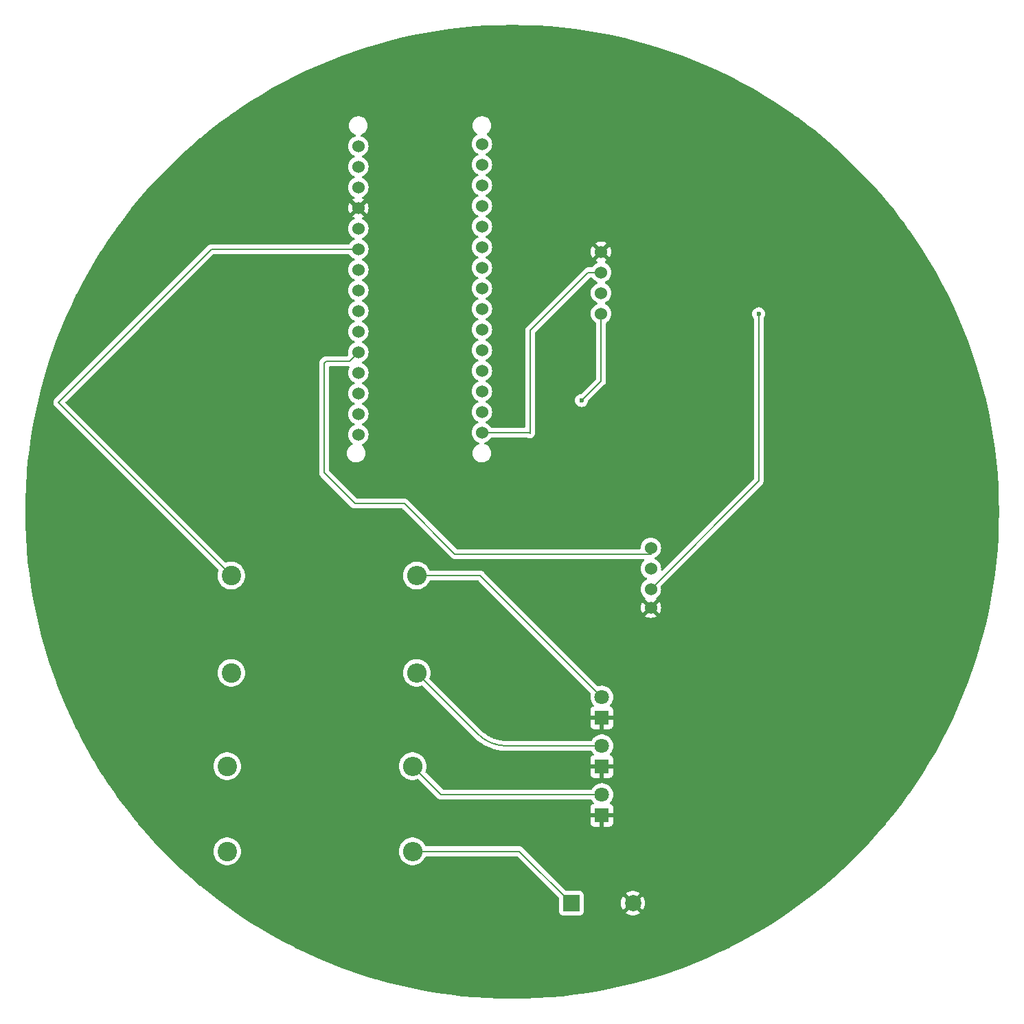
<source format=gbr>
%TF.GenerationSoftware,KiCad,Pcbnew,8.0.7*%
%TF.CreationDate,2024-12-23T22:20:46+05:30*%
%TF.ProjectId,PCB,5043422e-6b69-4636-9164-5f7063625858,rev?*%
%TF.SameCoordinates,Original*%
%TF.FileFunction,Copper,L1,Top*%
%TF.FilePolarity,Positive*%
%FSLAX46Y46*%
G04 Gerber Fmt 4.6, Leading zero omitted, Abs format (unit mm)*
G04 Created by KiCad (PCBNEW 8.0.7) date 2024-12-23 22:20:46*
%MOMM*%
%LPD*%
G01*
G04 APERTURE LIST*
%TA.AperFunction,ComponentPad*%
%ADD10C,1.524000*%
%TD*%
%TA.AperFunction,ComponentPad*%
%ADD11R,1.800000X1.800000*%
%TD*%
%TA.AperFunction,ComponentPad*%
%ADD12C,1.800000*%
%TD*%
%TA.AperFunction,ComponentPad*%
%ADD13C,2.400000*%
%TD*%
%TA.AperFunction,ComponentPad*%
%ADD14O,2.400000X2.400000*%
%TD*%
%TA.AperFunction,ComponentPad*%
%ADD15R,2.000000X2.000000*%
%TD*%
%TA.AperFunction,ComponentPad*%
%ADD16C,2.000000*%
%TD*%
%TA.AperFunction,ViaPad*%
%ADD17C,0.600000*%
%TD*%
%TA.AperFunction,Conductor*%
%ADD18C,0.200000*%
%TD*%
%TA.AperFunction,Conductor*%
%ADD19C,0.500000*%
%TD*%
G04 APERTURE END LIST*
D10*
%TO.P,U2,1,GND*%
%TO.N,GND*%
X169318000Y-105294000D03*
%TO.P,U2,2,Vcc*%
%TO.N,Source*%
X169318000Y-103008000D03*
%TO.P,U2,3,DIO*%
%TO.N,DIO*%
X169318000Y-100468000D03*
%TO.P,U2,4,CLK*%
%TO.N,CLK*%
X169318000Y-97928000D03*
%TD*%
D11*
%TO.P,D1,1,K*%
%TO.N,GND*%
X163281000Y-130892000D03*
D12*
%TO.P,D1,2,A*%
%TO.N,REDR*%
X163281000Y-128352000D03*
%TD*%
D13*
%TO.P,R4,1*%
%TO.N,Buzz*%
X117102000Y-135346000D03*
D14*
%TO.P,R4,2*%
%TO.N,Net-(BZ1-+)*%
X139962000Y-135346000D03*
%TD*%
D10*
%TO.P,U3,1,Vcc*%
%TO.N,Source*%
X163190000Y-69048000D03*
%TO.P,U3,2,TRIG*%
%TO.N,Trigger*%
X163190000Y-66508000D03*
%TO.P,U3,3,ECHO*%
%TO.N,Echo*%
X163190000Y-63968000D03*
%TO.P,U3,4,GND*%
%TO.N,GND*%
X163190000Y-61428000D03*
%TD*%
D11*
%TO.P,D2,1,K*%
%TO.N,GND*%
X163281000Y-124882000D03*
D12*
%TO.P,D2,2,A*%
%TO.N,Net-(D2-A)*%
X163281000Y-122342000D03*
%TD*%
D11*
%TO.P,D3,1,K*%
%TO.N,GND*%
X163281000Y-118872000D03*
D12*
%TO.P,D3,2,A*%
%TO.N,Net-(D3-A)*%
X163281000Y-116332000D03*
%TD*%
D13*
%TO.P,R1,1*%
%TO.N,RED*%
X117102000Y-124846000D03*
D14*
%TO.P,R1,2*%
%TO.N,REDR*%
X139962000Y-124846000D03*
%TD*%
D13*
%TO.P,R3,1*%
%TO.N,GREEN*%
X117602000Y-101346000D03*
D14*
%TO.P,R3,2*%
%TO.N,Net-(D3-A)*%
X140462000Y-101346000D03*
%TD*%
D10*
%TO.P,U1,1,TX*%
%TO.N,unconnected-(U1-TX-Pad1)*%
X133260000Y-48414000D03*
%TO.P,U1,2,RX*%
%TO.N,unconnected-(U1-RX-Pad2)*%
X133260000Y-50954000D03*
%TO.P,U1,3,Reset*%
%TO.N,unconnected-(U1-Reset-Pad3)*%
X133260000Y-53494000D03*
%TO.P,U1,4,GND*%
%TO.N,GND*%
X133260000Y-56034000D03*
%TO.P,U1,5,D2*%
%TO.N,Trigger*%
X133260000Y-58574000D03*
%TO.P,U1,6,D3*%
%TO.N,GREEN*%
X133260000Y-61114000D03*
%TO.P,U1,7,D4*%
%TO.N,YELLOW*%
X133260000Y-63654000D03*
%TO.P,U1,8,D5*%
%TO.N,RED*%
X133260000Y-66194000D03*
%TO.P,U1,9,D6*%
%TO.N,unconnected-(U1-D6-Pad9)*%
X133260000Y-68734000D03*
%TO.P,U1,10,D7*%
%TO.N,Buzz*%
X133260000Y-71274000D03*
%TO.P,U1,11,D8*%
%TO.N,CLK*%
X133260000Y-73814000D03*
%TO.P,U1,12,D9*%
%TO.N,DIO*%
X133260000Y-76354000D03*
%TO.P,U1,13,D10*%
%TO.N,unconnected-(U1-D10-Pad13)*%
X133260000Y-78894000D03*
%TO.P,U1,14,D11*%
%TO.N,unconnected-(U1-D11-Pad14)*%
X133260000Y-81434000D03*
%TO.P,U1,15,D12*%
%TO.N,REDR*%
X133260000Y-83974000D03*
%TO.P,U1,16,Vin*%
%TO.N,unconnected-(U1-Vin-Pad16)*%
X148500000Y-48160000D03*
%TO.P,U1,17,GND*%
%TO.N,unconnected-(U1-GND-Pad17)*%
X148500000Y-50700000D03*
%TO.P,U1,18,Reset*%
%TO.N,unconnected-(U1-Reset-Pad18)*%
X148500000Y-53240000D03*
%TO.P,U1,19,+5V*%
%TO.N,Source*%
X148500000Y-55780000D03*
%TO.P,U1,20,A7*%
%TO.N,unconnected-(U1-A7-Pad20)*%
X148500000Y-58320000D03*
%TO.P,U1,21,A6*%
%TO.N,unconnected-(U1-A6-Pad21)*%
X148500000Y-60860000D03*
%TO.P,U1,22,A5*%
%TO.N,unconnected-(U1-A5-Pad22)*%
X148500000Y-63400000D03*
%TO.P,U1,23,A4*%
%TO.N,unconnected-(U1-A4-Pad23)*%
X148500000Y-65940000D03*
%TO.P,U1,24,A3*%
%TO.N,unconnected-(U1-A3-Pad24)*%
X148500000Y-68480000D03*
%TO.P,U1,25,A2*%
%TO.N,unconnected-(U1-A2-Pad25)*%
X148500000Y-71020000D03*
%TO.P,U1,26,A1*%
%TO.N,unconnected-(U1-A1-Pad26)*%
X148500000Y-73560000D03*
%TO.P,U1,27,A0*%
%TO.N,unconnected-(U1-A0-Pad27)*%
X148500000Y-76100000D03*
%TO.P,U1,28,AREF*%
%TO.N,unconnected-(U1-AREF-Pad28)*%
X148500000Y-78640000D03*
%TO.P,U1,29,+3V3*%
%TO.N,unconnected-(U1-+3V3-Pad29)*%
X148500000Y-81180000D03*
%TO.P,U1,30,D13*%
%TO.N,Echo*%
X148500000Y-83720000D03*
%TD*%
D15*
%TO.P,BZ1,1,+*%
%TO.N,Net-(BZ1-+)*%
X159522000Y-141732000D03*
D16*
%TO.P,BZ1,2,-*%
%TO.N,GND*%
X167122000Y-141732000D03*
%TD*%
D13*
%TO.P,R2,1*%
%TO.N,YELLOW*%
X117602000Y-113346000D03*
D14*
%TO.P,R2,2*%
%TO.N,Net-(D2-A)*%
X140462000Y-113346000D03*
%TD*%
D17*
%TO.N,Source*%
X182626000Y-69088000D03*
X160782000Y-79756000D03*
%TD*%
D18*
%TO.N,CLK*%
X129032000Y-88646000D02*
X129032000Y-75184000D01*
X132144000Y-74930000D02*
X133260000Y-73814000D01*
X132842000Y-92456000D02*
X129032000Y-88646000D01*
X129286000Y-74930000D02*
X132144000Y-74930000D01*
X138938000Y-92456000D02*
X132842000Y-92456000D01*
X145172000Y-98690000D02*
X138938000Y-92456000D01*
X129032000Y-75184000D02*
X129286000Y-74930000D01*
X169318000Y-98690000D02*
X145172000Y-98690000D01*
%TO.N,Source*%
X182626000Y-89700000D02*
X182626000Y-69088000D01*
X169318000Y-103008000D02*
X182626000Y-89700000D01*
%TO.N,GREEN*%
X96266000Y-80010000D02*
X117602000Y-101346000D01*
X133260000Y-61114000D02*
X115162000Y-61114000D01*
X115162000Y-61114000D02*
X96266000Y-80010000D01*
%TO.N,Echo*%
X154332000Y-83720000D02*
X148500000Y-83720000D01*
X154432000Y-71120000D02*
X154432000Y-83820000D01*
X161584000Y-63968000D02*
X154432000Y-71120000D01*
X154432000Y-83820000D02*
X154332000Y-83720000D01*
X163190000Y-63968000D02*
X161584000Y-63968000D01*
%TO.N,Net-(BZ1-+)*%
X153136000Y-135346000D02*
X159522000Y-141732000D01*
X139962000Y-135346000D02*
X153136000Y-135346000D01*
%TO.N,REDR*%
X143468000Y-128352000D02*
X163281000Y-128352000D01*
X139962000Y-124846000D02*
X143468000Y-128352000D01*
%TO.N,Net-(D3-A)*%
X148295000Y-101346000D02*
X163281000Y-116332000D01*
X140462000Y-101346000D02*
X148295000Y-101346000D01*
%TO.N,Net-(D2-A)*%
X151529068Y-122342000D02*
G75*
G02*
X147993550Y-120877518I32J5000000D01*
G01*
X151529068Y-122342000D02*
X163281000Y-122342000D01*
X140462000Y-113346000D02*
X147993534Y-120877534D01*
D19*
%TO.N,Net-(D3-A)*%
X163281000Y-115783000D02*
X163281000Y-116332000D01*
D18*
%TO.N,Source*%
X163190000Y-69048000D02*
X163190000Y-77348000D01*
X163190000Y-77348000D02*
X160782000Y-79756000D01*
%TD*%
%TA.AperFunction,Conductor*%
%TO.N,GND*%
G36*
X153767520Y-33493934D02*
G01*
X153770658Y-33494015D01*
X155312062Y-33553582D01*
X155315213Y-33553746D01*
X156854478Y-33652976D01*
X156857651Y-33653221D01*
X158393967Y-33792062D01*
X158397044Y-33792380D01*
X159929270Y-33970731D01*
X159932305Y-33971124D01*
X161459418Y-34188866D01*
X161462509Y-34189347D01*
X162983466Y-34446329D01*
X162986584Y-34446896D01*
X164500496Y-34742970D01*
X164503535Y-34743606D01*
X166009216Y-35078537D01*
X166012295Y-35079263D01*
X167508922Y-35452869D01*
X167511927Y-35453661D01*
X168998440Y-35865679D01*
X169001404Y-35866541D01*
X170476855Y-36316708D01*
X170479863Y-36317669D01*
X171943132Y-36805644D01*
X171946087Y-36806672D01*
X173396336Y-37332171D01*
X173399283Y-37333281D01*
X173640527Y-37427792D01*
X174835529Y-37895951D01*
X174838486Y-37897154D01*
X176259683Y-38496580D01*
X176262609Y-38497858D01*
X177667973Y-39133712D01*
X177670859Y-39135063D01*
X179059389Y-39806893D01*
X179062185Y-39808291D01*
X179568802Y-40069720D01*
X180432921Y-40515631D01*
X180435737Y-40517130D01*
X181787858Y-41259558D01*
X181790569Y-41261092D01*
X182380482Y-41605063D01*
X183123096Y-42038072D01*
X183125834Y-42039716D01*
X184437877Y-42850725D01*
X184440571Y-42852438D01*
X185731342Y-43696988D01*
X185733991Y-43698771D01*
X187002545Y-44576248D01*
X187005147Y-44578098D01*
X187432135Y-44890006D01*
X188250702Y-45487957D01*
X188253213Y-45489840D01*
X188726373Y-45854525D01*
X189474963Y-46431495D01*
X189477467Y-46433477D01*
X190058228Y-46905420D01*
X190674541Y-47406254D01*
X190676940Y-47408255D01*
X191297830Y-47939929D01*
X191848607Y-48411565D01*
X191851005Y-48413673D01*
X192147179Y-48680810D01*
X192996400Y-49446773D01*
X192998706Y-49448908D01*
X194117176Y-50511208D01*
X194119462Y-50513437D01*
X195210116Y-51604091D01*
X195212345Y-51606377D01*
X196231459Y-52679377D01*
X196274628Y-52724828D01*
X196276783Y-52727156D01*
X196577494Y-53060554D01*
X197309880Y-53872548D01*
X197311988Y-53874946D01*
X197599608Y-54210829D01*
X198245737Y-54965380D01*
X198315276Y-55046587D01*
X198317305Y-55049020D01*
X198616354Y-55417021D01*
X199290076Y-56246086D01*
X199292058Y-56248590D01*
X200042665Y-57222464D01*
X200157601Y-57371589D01*
X200233697Y-57470319D01*
X200235606Y-57472863D01*
X200391547Y-57686340D01*
X201145455Y-58718406D01*
X201147305Y-58721008D01*
X202024782Y-59989562D01*
X202026565Y-59992211D01*
X202871115Y-61282982D01*
X202872828Y-61285676D01*
X203683837Y-62597719D01*
X203685481Y-62600457D01*
X204462441Y-63932950D01*
X204464009Y-63935721D01*
X204547322Y-64087451D01*
X205206422Y-65287814D01*
X205207922Y-65290632D01*
X205915247Y-66661338D01*
X205916675Y-66664194D01*
X206588487Y-68052688D01*
X206589841Y-68055580D01*
X207225695Y-69460944D01*
X207226973Y-69463870D01*
X207826399Y-70885067D01*
X207827602Y-70888024D01*
X208390264Y-72324250D01*
X208391390Y-72327238D01*
X208916870Y-73777435D01*
X208917919Y-73780451D01*
X209405878Y-75243673D01*
X209406850Y-75246715D01*
X209856997Y-76722099D01*
X209857889Y-76725165D01*
X210269881Y-78211585D01*
X210270694Y-78214672D01*
X210644286Y-79711244D01*
X210645019Y-79714352D01*
X210979937Y-81219974D01*
X210980591Y-81223099D01*
X211276654Y-82736957D01*
X211277226Y-82740099D01*
X211534201Y-84261013D01*
X211534692Y-84264168D01*
X211752420Y-85791182D01*
X211752830Y-85794348D01*
X211931167Y-87326459D01*
X211931496Y-87329635D01*
X212070331Y-88865897D01*
X212070577Y-88869081D01*
X212169806Y-90408321D01*
X212169971Y-90411510D01*
X212229537Y-91952869D01*
X212229619Y-91956060D01*
X212249479Y-93498403D01*
X212249479Y-93501597D01*
X212229619Y-95043939D01*
X212229537Y-95047130D01*
X212169971Y-96588489D01*
X212169806Y-96591678D01*
X212070577Y-98130918D01*
X212070331Y-98134102D01*
X211931496Y-99670364D01*
X211931167Y-99673540D01*
X211752830Y-101205651D01*
X211752420Y-101208817D01*
X211534692Y-102735831D01*
X211534201Y-102738986D01*
X211277226Y-104259900D01*
X211276654Y-104263042D01*
X210980591Y-105776900D01*
X210979937Y-105780025D01*
X210645019Y-107285647D01*
X210644286Y-107288755D01*
X210270694Y-108785327D01*
X210269881Y-108788414D01*
X209857889Y-110274834D01*
X209856997Y-110277900D01*
X209406850Y-111753284D01*
X209405878Y-111756326D01*
X208917919Y-113219548D01*
X208916870Y-113222564D01*
X208391390Y-114672761D01*
X208390264Y-114675749D01*
X207827602Y-116111975D01*
X207826399Y-116114932D01*
X207226973Y-117536129D01*
X207225695Y-117539055D01*
X206589841Y-118944419D01*
X206588487Y-118947311D01*
X205916675Y-120335805D01*
X205915247Y-120338661D01*
X205207922Y-121709367D01*
X205206422Y-121712185D01*
X204464014Y-123064270D01*
X204462441Y-123067049D01*
X203685481Y-124399542D01*
X203683837Y-124402280D01*
X202872828Y-125714323D01*
X202871115Y-125717017D01*
X202026565Y-127007788D01*
X202024782Y-127010437D01*
X201147305Y-128278991D01*
X201145455Y-128281593D01*
X200235613Y-129527126D01*
X200233697Y-129529680D01*
X199292058Y-130751409D01*
X199290076Y-130753913D01*
X198317321Y-131950960D01*
X198315276Y-131953412D01*
X197311988Y-133125053D01*
X197309880Y-133127451D01*
X196276797Y-134272827D01*
X196274628Y-134275171D01*
X195212345Y-135393622D01*
X195210116Y-135395908D01*
X194119462Y-136486562D01*
X194117176Y-136488791D01*
X192998725Y-137551074D01*
X192996381Y-137553243D01*
X191851005Y-138586326D01*
X191848607Y-138588434D01*
X190676966Y-139591722D01*
X190674514Y-139593767D01*
X189477467Y-140566522D01*
X189474963Y-140568504D01*
X188253234Y-141510143D01*
X188250680Y-141512059D01*
X187005147Y-142421901D01*
X187002545Y-142423751D01*
X185733991Y-143301228D01*
X185731342Y-143303011D01*
X184440571Y-144147561D01*
X184437877Y-144149274D01*
X183125834Y-144960283D01*
X183123096Y-144961927D01*
X181790603Y-145738887D01*
X181787824Y-145740460D01*
X180435739Y-146482868D01*
X180432921Y-146484368D01*
X179062215Y-147191693D01*
X179059359Y-147193121D01*
X177670865Y-147864933D01*
X177667973Y-147866287D01*
X176262609Y-148502141D01*
X176259683Y-148503419D01*
X174838486Y-149102845D01*
X174835529Y-149104048D01*
X173399303Y-149666710D01*
X173396315Y-149667836D01*
X171946118Y-150193316D01*
X171943102Y-150194365D01*
X170479880Y-150682324D01*
X170476838Y-150683296D01*
X169001454Y-151133443D01*
X168998388Y-151134335D01*
X167511968Y-151546327D01*
X167508881Y-151547140D01*
X166012309Y-151920732D01*
X166009201Y-151921465D01*
X164503579Y-152256383D01*
X164500454Y-152257037D01*
X162986596Y-152553100D01*
X162983454Y-152553672D01*
X161462540Y-152810647D01*
X161459385Y-152811138D01*
X159932371Y-153028866D01*
X159929205Y-153029276D01*
X158397094Y-153207613D01*
X158393918Y-153207942D01*
X156857656Y-153346777D01*
X156854472Y-153347023D01*
X155315232Y-153446252D01*
X155312043Y-153446417D01*
X153770684Y-153505983D01*
X153767493Y-153506065D01*
X152225151Y-153525925D01*
X152221957Y-153525925D01*
X150679614Y-153506065D01*
X150676423Y-153505983D01*
X149135064Y-153446417D01*
X149131875Y-153446252D01*
X147592635Y-153347023D01*
X147589451Y-153346777D01*
X146053189Y-153207942D01*
X146050013Y-153207613D01*
X144517902Y-153029276D01*
X144514736Y-153028866D01*
X142987722Y-152811138D01*
X142984567Y-152810647D01*
X141463653Y-152553672D01*
X141460511Y-152553100D01*
X139946653Y-152257037D01*
X139943528Y-152256383D01*
X138437906Y-151921465D01*
X138434798Y-151920732D01*
X136938226Y-151547140D01*
X136935139Y-151546327D01*
X135448719Y-151134335D01*
X135445653Y-151133443D01*
X133970269Y-150683296D01*
X133967227Y-150682324D01*
X132504005Y-150194365D01*
X132500989Y-150193316D01*
X131050792Y-149667836D01*
X131047804Y-149666710D01*
X129611578Y-149104048D01*
X129608621Y-149102845D01*
X128187424Y-148503419D01*
X128184498Y-148502141D01*
X126779134Y-147866287D01*
X126776242Y-147864933D01*
X125387748Y-147193121D01*
X125384892Y-147191693D01*
X124014186Y-146484368D01*
X124011368Y-146482868D01*
X122659283Y-145740460D01*
X122656504Y-145738887D01*
X121324011Y-144961927D01*
X121321273Y-144960283D01*
X120009230Y-144149274D01*
X120006536Y-144147561D01*
X118715765Y-143303011D01*
X118713116Y-143301228D01*
X117444562Y-142423751D01*
X117441960Y-142421901D01*
X116196427Y-141512059D01*
X116193873Y-141510143D01*
X116160292Y-141484261D01*
X115847634Y-141243282D01*
X114972144Y-140568504D01*
X114969640Y-140566522D01*
X113772593Y-139593767D01*
X113770141Y-139591722D01*
X112598500Y-138588434D01*
X112596102Y-138586326D01*
X111450726Y-137553243D01*
X111448382Y-137551074D01*
X110530440Y-136679231D01*
X110329931Y-136488791D01*
X110327645Y-136486562D01*
X109236991Y-135395908D01*
X109234762Y-135393622D01*
X109189527Y-135345995D01*
X115396732Y-135345995D01*
X115396732Y-135346004D01*
X115415777Y-135600154D01*
X115415778Y-135600157D01*
X115472492Y-135848637D01*
X115565607Y-136085888D01*
X115693041Y-136306612D01*
X115851950Y-136505877D01*
X116038783Y-136679232D01*
X116249366Y-136822805D01*
X116249371Y-136822807D01*
X116249372Y-136822808D01*
X116249373Y-136822809D01*
X116306040Y-136850098D01*
X116478992Y-136933387D01*
X116478993Y-136933387D01*
X116478996Y-136933389D01*
X116722542Y-137008513D01*
X116974565Y-137046500D01*
X117229435Y-137046500D01*
X117481458Y-137008513D01*
X117725004Y-136933389D01*
X117954634Y-136822805D01*
X118165217Y-136679232D01*
X118352050Y-136505877D01*
X118510959Y-136306612D01*
X118638393Y-136085888D01*
X118731508Y-135848637D01*
X118788222Y-135600157D01*
X118803614Y-135394758D01*
X118807268Y-135346004D01*
X118807268Y-135345995D01*
X138256732Y-135345995D01*
X138256732Y-135346004D01*
X138275777Y-135600154D01*
X138275778Y-135600157D01*
X138332492Y-135848637D01*
X138425607Y-136085888D01*
X138553041Y-136306612D01*
X138711950Y-136505877D01*
X138898783Y-136679232D01*
X139109366Y-136822805D01*
X139109371Y-136822807D01*
X139109372Y-136822808D01*
X139109373Y-136822809D01*
X139166040Y-136850098D01*
X139338992Y-136933387D01*
X139338993Y-136933387D01*
X139338996Y-136933389D01*
X139582542Y-137008513D01*
X139834565Y-137046500D01*
X140089435Y-137046500D01*
X140341458Y-137008513D01*
X140585004Y-136933389D01*
X140814634Y-136822805D01*
X141025217Y-136679232D01*
X141212050Y-136505877D01*
X141370959Y-136306612D01*
X141498393Y-136085888D01*
X141522212Y-136025197D01*
X141565028Y-135969984D01*
X141630897Y-135946683D01*
X141637640Y-135946500D01*
X152835903Y-135946500D01*
X152902942Y-135966185D01*
X152923584Y-135982819D01*
X157985181Y-141044416D01*
X158018666Y-141105739D01*
X158021500Y-141132097D01*
X158021500Y-142779870D01*
X158021501Y-142779876D01*
X158027908Y-142839483D01*
X158078202Y-142974328D01*
X158078206Y-142974335D01*
X158164452Y-143089544D01*
X158164455Y-143089547D01*
X158279664Y-143175793D01*
X158279671Y-143175797D01*
X158414517Y-143226091D01*
X158414516Y-143226091D01*
X158421444Y-143226835D01*
X158474127Y-143232500D01*
X160569872Y-143232499D01*
X160629483Y-143226091D01*
X160764331Y-143175796D01*
X160879546Y-143089546D01*
X160965796Y-142974331D01*
X161016091Y-142839483D01*
X161022500Y-142779873D01*
X161022499Y-141731994D01*
X165616859Y-141731994D01*
X165616859Y-141732005D01*
X165637385Y-141979729D01*
X165637387Y-141979738D01*
X165698412Y-142220717D01*
X165798267Y-142448367D01*
X165898562Y-142601881D01*
X166639037Y-141861408D01*
X166656075Y-141924993D01*
X166721901Y-142039007D01*
X166814993Y-142132099D01*
X166929007Y-142197925D01*
X166992591Y-142214962D01*
X166251943Y-142955609D01*
X166298768Y-142992055D01*
X166298771Y-142992057D01*
X166517385Y-143110364D01*
X166517396Y-143110369D01*
X166752506Y-143191083D01*
X166997707Y-143232000D01*
X167246293Y-143232000D01*
X167491493Y-143191083D01*
X167726603Y-143110369D01*
X167726614Y-143110364D01*
X167945230Y-142992056D01*
X167945236Y-142992051D01*
X167992055Y-142955610D01*
X167992056Y-142955609D01*
X167251408Y-142214962D01*
X167314993Y-142197925D01*
X167429007Y-142132099D01*
X167522099Y-142039007D01*
X167587925Y-141924993D01*
X167604962Y-141861408D01*
X168345435Y-142601882D01*
X168445733Y-142448364D01*
X168545587Y-142220717D01*
X168606612Y-141979738D01*
X168606614Y-141979729D01*
X168627141Y-141732005D01*
X168627141Y-141731994D01*
X168606614Y-141484270D01*
X168606612Y-141484261D01*
X168545587Y-141243282D01*
X168445732Y-141015632D01*
X168345435Y-140862116D01*
X167604962Y-141602590D01*
X167587925Y-141539007D01*
X167522099Y-141424993D01*
X167429007Y-141331901D01*
X167314993Y-141266075D01*
X167251409Y-141249037D01*
X167992055Y-140508389D01*
X167992055Y-140508388D01*
X167945236Y-140471947D01*
X167945231Y-140471944D01*
X167726614Y-140353635D01*
X167726603Y-140353630D01*
X167491493Y-140272916D01*
X167246293Y-140232000D01*
X166997707Y-140232000D01*
X166752506Y-140272916D01*
X166517396Y-140353630D01*
X166517385Y-140353635D01*
X166298770Y-140471943D01*
X166251943Y-140508389D01*
X166992591Y-141249037D01*
X166929007Y-141266075D01*
X166814993Y-141331901D01*
X166721901Y-141424993D01*
X166656075Y-141539007D01*
X166639037Y-141602591D01*
X165898563Y-140862117D01*
X165798267Y-141015633D01*
X165798265Y-141015637D01*
X165698412Y-141243282D01*
X165637387Y-141484261D01*
X165637385Y-141484270D01*
X165616859Y-141731994D01*
X161022499Y-141731994D01*
X161022499Y-140684128D01*
X161016091Y-140624517D01*
X160994837Y-140567533D01*
X160965797Y-140489671D01*
X160965793Y-140489664D01*
X160879547Y-140374455D01*
X160879544Y-140374452D01*
X160764335Y-140288206D01*
X160764328Y-140288202D01*
X160629482Y-140237908D01*
X160629483Y-140237908D01*
X160569883Y-140231501D01*
X160569881Y-140231500D01*
X160569873Y-140231500D01*
X160569865Y-140231500D01*
X158922097Y-140231500D01*
X158855058Y-140211815D01*
X158834416Y-140195181D01*
X153623590Y-134984355D01*
X153623588Y-134984352D01*
X153504717Y-134865481D01*
X153504716Y-134865480D01*
X153417904Y-134815360D01*
X153417904Y-134815359D01*
X153417900Y-134815358D01*
X153367785Y-134786423D01*
X153215057Y-134745499D01*
X153056943Y-134745499D01*
X153049347Y-134745499D01*
X153049331Y-134745500D01*
X141637640Y-134745500D01*
X141570601Y-134725815D01*
X141524846Y-134673011D01*
X141522212Y-134666802D01*
X141502960Y-134617749D01*
X141498393Y-134606112D01*
X141370959Y-134385388D01*
X141212050Y-134186123D01*
X141025217Y-134012768D01*
X140814634Y-133869195D01*
X140814630Y-133869193D01*
X140814627Y-133869191D01*
X140814626Y-133869190D01*
X140585006Y-133758612D01*
X140585008Y-133758612D01*
X140341466Y-133683489D01*
X140341462Y-133683488D01*
X140341458Y-133683487D01*
X140220231Y-133665214D01*
X140089440Y-133645500D01*
X140089435Y-133645500D01*
X139834565Y-133645500D01*
X139834559Y-133645500D01*
X139677609Y-133669157D01*
X139582542Y-133683487D01*
X139582539Y-133683488D01*
X139582533Y-133683489D01*
X139338992Y-133758612D01*
X139109373Y-133869190D01*
X139109372Y-133869191D01*
X138898782Y-134012768D01*
X138711952Y-134186121D01*
X138711950Y-134186123D01*
X138553041Y-134385388D01*
X138425608Y-134606109D01*
X138332492Y-134843362D01*
X138332490Y-134843369D01*
X138275777Y-135091845D01*
X138256732Y-135345995D01*
X118807268Y-135345995D01*
X118788222Y-135091845D01*
X118763688Y-134984355D01*
X118731508Y-134843363D01*
X118638393Y-134606112D01*
X118510959Y-134385388D01*
X118352050Y-134186123D01*
X118165217Y-134012768D01*
X117954634Y-133869195D01*
X117954630Y-133869193D01*
X117954627Y-133869191D01*
X117954626Y-133869190D01*
X117725006Y-133758612D01*
X117725008Y-133758612D01*
X117481466Y-133683489D01*
X117481462Y-133683488D01*
X117481458Y-133683487D01*
X117360231Y-133665214D01*
X117229440Y-133645500D01*
X117229435Y-133645500D01*
X116974565Y-133645500D01*
X116974559Y-133645500D01*
X116817609Y-133669157D01*
X116722542Y-133683487D01*
X116722539Y-133683488D01*
X116722533Y-133683489D01*
X116478992Y-133758612D01*
X116249373Y-133869190D01*
X116249372Y-133869191D01*
X116038782Y-134012768D01*
X115851952Y-134186121D01*
X115851950Y-134186123D01*
X115693041Y-134385388D01*
X115565608Y-134606109D01*
X115472492Y-134843362D01*
X115472490Y-134843369D01*
X115415777Y-135091845D01*
X115396732Y-135345995D01*
X109189527Y-135345995D01*
X108846048Y-134984355D01*
X108172462Y-134275152D01*
X108170310Y-134272827D01*
X108092106Y-134186123D01*
X107137227Y-133127451D01*
X107135119Y-133125053D01*
X106937331Y-132894076D01*
X106131809Y-131953386D01*
X106129808Y-131950987D01*
X105634927Y-131342000D01*
X105157031Y-130753913D01*
X105155049Y-130751409D01*
X104486983Y-129884627D01*
X104213394Y-129529659D01*
X104211494Y-129527126D01*
X104077040Y-129343065D01*
X103514882Y-128573496D01*
X103301652Y-128281593D01*
X103299802Y-128278991D01*
X102536522Y-127175530D01*
X102422314Y-127010421D01*
X102420542Y-127007788D01*
X102408708Y-126989702D01*
X101688768Y-125889379D01*
X101575992Y-125717017D01*
X101574279Y-125714323D01*
X101037542Y-124845995D01*
X115396732Y-124845995D01*
X115396732Y-124846004D01*
X115415777Y-125100154D01*
X115468694Y-125332000D01*
X115472492Y-125348637D01*
X115565607Y-125585888D01*
X115693041Y-125806612D01*
X115851950Y-126005877D01*
X116038783Y-126179232D01*
X116249366Y-126322805D01*
X116249371Y-126322807D01*
X116249372Y-126322808D01*
X116249373Y-126322809D01*
X116371328Y-126381538D01*
X116478992Y-126433387D01*
X116478993Y-126433387D01*
X116478996Y-126433389D01*
X116722542Y-126508513D01*
X116974565Y-126546500D01*
X117229435Y-126546500D01*
X117481458Y-126508513D01*
X117725004Y-126433389D01*
X117954634Y-126322805D01*
X118165217Y-126179232D01*
X118352050Y-126005877D01*
X118510959Y-125806612D01*
X118638393Y-125585888D01*
X118731508Y-125348637D01*
X118788222Y-125100157D01*
X118807268Y-124846000D01*
X118807268Y-124845995D01*
X138256732Y-124845995D01*
X138256732Y-124846004D01*
X138275777Y-125100154D01*
X138328694Y-125332000D01*
X138332492Y-125348637D01*
X138425607Y-125585888D01*
X138553041Y-125806612D01*
X138711950Y-126005877D01*
X138898783Y-126179232D01*
X139109366Y-126322805D01*
X139109371Y-126322807D01*
X139109372Y-126322808D01*
X139109373Y-126322809D01*
X139231328Y-126381538D01*
X139338992Y-126433387D01*
X139338993Y-126433387D01*
X139338996Y-126433389D01*
X139582542Y-126508513D01*
X139834565Y-126546500D01*
X140089435Y-126546500D01*
X140341458Y-126508513D01*
X140585004Y-126433389D01*
X140585021Y-126433380D01*
X140589330Y-126431691D01*
X140589877Y-126433085D01*
X140652360Y-126422777D01*
X140716502Y-126450480D01*
X140724937Y-126458172D01*
X143099284Y-128832520D01*
X143099286Y-128832521D01*
X143099290Y-128832524D01*
X143236209Y-128911573D01*
X143236216Y-128911577D01*
X143388943Y-128952501D01*
X143388945Y-128952501D01*
X143554654Y-128952501D01*
X143554670Y-128952500D01*
X161934199Y-128952500D01*
X162001238Y-128972185D01*
X162043253Y-129017481D01*
X162045075Y-129020848D01*
X162172018Y-129215150D01*
X162267167Y-129318510D01*
X162298089Y-129381164D01*
X162290228Y-129450590D01*
X162246081Y-129504746D01*
X162219271Y-129518674D01*
X162138911Y-129548646D01*
X162138906Y-129548649D01*
X162023812Y-129634809D01*
X162023809Y-129634812D01*
X161937649Y-129749906D01*
X161937645Y-129749913D01*
X161887403Y-129884620D01*
X161887401Y-129884627D01*
X161881000Y-129944155D01*
X161881000Y-130642000D01*
X162905722Y-130642000D01*
X162861667Y-130718306D01*
X162831000Y-130832756D01*
X162831000Y-130951244D01*
X162861667Y-131065694D01*
X162905722Y-131142000D01*
X161881000Y-131142000D01*
X161881000Y-131839844D01*
X161887401Y-131899372D01*
X161887403Y-131899379D01*
X161937645Y-132034086D01*
X161937649Y-132034093D01*
X162023809Y-132149187D01*
X162023812Y-132149190D01*
X162138906Y-132235350D01*
X162138913Y-132235354D01*
X162273620Y-132285596D01*
X162273627Y-132285598D01*
X162333155Y-132291999D01*
X162333172Y-132292000D01*
X163031000Y-132292000D01*
X163031000Y-131267277D01*
X163107306Y-131311333D01*
X163221756Y-131342000D01*
X163340244Y-131342000D01*
X163454694Y-131311333D01*
X163531000Y-131267277D01*
X163531000Y-132292000D01*
X164228828Y-132292000D01*
X164228844Y-132291999D01*
X164288372Y-132285598D01*
X164288379Y-132285596D01*
X164423086Y-132235354D01*
X164423093Y-132235350D01*
X164538187Y-132149190D01*
X164538190Y-132149187D01*
X164624350Y-132034093D01*
X164624354Y-132034086D01*
X164674596Y-131899379D01*
X164674598Y-131899372D01*
X164680999Y-131839844D01*
X164681000Y-131839827D01*
X164681000Y-131142000D01*
X163656278Y-131142000D01*
X163700333Y-131065694D01*
X163731000Y-130951244D01*
X163731000Y-130832756D01*
X163700333Y-130718306D01*
X163656278Y-130642000D01*
X164681000Y-130642000D01*
X164681000Y-129944172D01*
X164680999Y-129944155D01*
X164674598Y-129884627D01*
X164674596Y-129884620D01*
X164624354Y-129749913D01*
X164624350Y-129749906D01*
X164538190Y-129634812D01*
X164538187Y-129634809D01*
X164423093Y-129548649D01*
X164423086Y-129548645D01*
X164342729Y-129518674D01*
X164286795Y-129476803D01*
X164262378Y-129411338D01*
X164277230Y-129343065D01*
X164294826Y-129318516D01*
X164389979Y-129215153D01*
X164516924Y-129020849D01*
X164610157Y-128808300D01*
X164667134Y-128583305D01*
X164686300Y-128352000D01*
X164686300Y-128351993D01*
X164667135Y-128120702D01*
X164667133Y-128120691D01*
X164610157Y-127895699D01*
X164516924Y-127683151D01*
X164389983Y-127488852D01*
X164389980Y-127488849D01*
X164389979Y-127488847D01*
X164232784Y-127318087D01*
X164232779Y-127318083D01*
X164232777Y-127318081D01*
X164049634Y-127175535D01*
X164049628Y-127175531D01*
X163845504Y-127065064D01*
X163845495Y-127065061D01*
X163625984Y-126989702D01*
X163454282Y-126961050D01*
X163397049Y-126951500D01*
X163164951Y-126951500D01*
X163119164Y-126959140D01*
X162936015Y-126989702D01*
X162716504Y-127065061D01*
X162716495Y-127065064D01*
X162512371Y-127175531D01*
X162512365Y-127175535D01*
X162329222Y-127318081D01*
X162329219Y-127318084D01*
X162172016Y-127488852D01*
X162045075Y-127683151D01*
X162043253Y-127686519D01*
X161994033Y-127736109D01*
X161934199Y-127751500D01*
X143768098Y-127751500D01*
X143701059Y-127731815D01*
X143680417Y-127715181D01*
X141570663Y-125605427D01*
X141537178Y-125544104D01*
X141542162Y-125474412D01*
X141542865Y-125472574D01*
X141591508Y-125348637D01*
X141648222Y-125100157D01*
X141667268Y-124846000D01*
X141656949Y-124708306D01*
X141648222Y-124591845D01*
X141611738Y-124432000D01*
X141591508Y-124343363D01*
X141498393Y-124106112D01*
X141370959Y-123885388D01*
X141212050Y-123686123D01*
X141025217Y-123512768D01*
X140814634Y-123369195D01*
X140814630Y-123369193D01*
X140814627Y-123369191D01*
X140814626Y-123369190D01*
X140585006Y-123258612D01*
X140585008Y-123258612D01*
X140341466Y-123183489D01*
X140341462Y-123183488D01*
X140341458Y-123183487D01*
X140220231Y-123165214D01*
X140089440Y-123145500D01*
X140089435Y-123145500D01*
X139834565Y-123145500D01*
X139834559Y-123145500D01*
X139677609Y-123169157D01*
X139582542Y-123183487D01*
X139582539Y-123183488D01*
X139582533Y-123183489D01*
X139338992Y-123258612D01*
X139109373Y-123369190D01*
X139109372Y-123369191D01*
X139109366Y-123369194D01*
X139109366Y-123369195D01*
X139084639Y-123386053D01*
X138898782Y-123512768D01*
X138711952Y-123686121D01*
X138711950Y-123686123D01*
X138553041Y-123885388D01*
X138425608Y-124106109D01*
X138332492Y-124343362D01*
X138332490Y-124343369D01*
X138275777Y-124591845D01*
X138256732Y-124845995D01*
X118807268Y-124845995D01*
X118796949Y-124708306D01*
X118788222Y-124591845D01*
X118751738Y-124432000D01*
X118731508Y-124343363D01*
X118638393Y-124106112D01*
X118510959Y-123885388D01*
X118352050Y-123686123D01*
X118165217Y-123512768D01*
X117954634Y-123369195D01*
X117954630Y-123369193D01*
X117954627Y-123369191D01*
X117954626Y-123369190D01*
X117725006Y-123258612D01*
X117725008Y-123258612D01*
X117481466Y-123183489D01*
X117481462Y-123183488D01*
X117481458Y-123183487D01*
X117360231Y-123165214D01*
X117229440Y-123145500D01*
X117229435Y-123145500D01*
X116974565Y-123145500D01*
X116974559Y-123145500D01*
X116817609Y-123169157D01*
X116722542Y-123183487D01*
X116722539Y-123183488D01*
X116722533Y-123183489D01*
X116478992Y-123258612D01*
X116249373Y-123369190D01*
X116249372Y-123369191D01*
X116249366Y-123369194D01*
X116249366Y-123369195D01*
X116224639Y-123386053D01*
X116038782Y-123512768D01*
X115851952Y-123686121D01*
X115851950Y-123686123D01*
X115693041Y-123885388D01*
X115565608Y-124106109D01*
X115472492Y-124343362D01*
X115472490Y-124343369D01*
X115415777Y-124591845D01*
X115396732Y-124845995D01*
X101037542Y-124845995D01*
X100763270Y-124402280D01*
X100761626Y-124399542D01*
X100377005Y-123739913D01*
X99984646Y-123067015D01*
X99983112Y-123064304D01*
X99240684Y-121712183D01*
X99239185Y-121709367D01*
X98531845Y-120338631D01*
X98530432Y-120335805D01*
X98499560Y-120272000D01*
X97858617Y-118947305D01*
X97857266Y-118944419D01*
X97221412Y-117539055D01*
X97220134Y-117536129D01*
X96620708Y-116114932D01*
X96619505Y-116111975D01*
X96367552Y-115468852D01*
X96056835Y-114675729D01*
X96055717Y-114672761D01*
X95995247Y-114505878D01*
X95574963Y-113345995D01*
X115896732Y-113345995D01*
X115896732Y-113346004D01*
X115915777Y-113600154D01*
X115915778Y-113600157D01*
X115972492Y-113848637D01*
X116065607Y-114085888D01*
X116193041Y-114306612D01*
X116351950Y-114505877D01*
X116538783Y-114679232D01*
X116749366Y-114822805D01*
X116749371Y-114822807D01*
X116749372Y-114822808D01*
X116749373Y-114822809D01*
X116811601Y-114852776D01*
X116978992Y-114933387D01*
X116978993Y-114933387D01*
X116978996Y-114933389D01*
X117222542Y-115008513D01*
X117474565Y-115046500D01*
X117729435Y-115046500D01*
X117981458Y-115008513D01*
X118225004Y-114933389D01*
X118454634Y-114822805D01*
X118665217Y-114679232D01*
X118852050Y-114505877D01*
X119010959Y-114306612D01*
X119138393Y-114085888D01*
X119231508Y-113848637D01*
X119288222Y-113600157D01*
X119307268Y-113346000D01*
X119307268Y-113345995D01*
X138756732Y-113345995D01*
X138756732Y-113346004D01*
X138775777Y-113600154D01*
X138775778Y-113600157D01*
X138832492Y-113848637D01*
X138925607Y-114085888D01*
X139053041Y-114306612D01*
X139211950Y-114505877D01*
X139398783Y-114679232D01*
X139609366Y-114822805D01*
X139609371Y-114822807D01*
X139609372Y-114822808D01*
X139609373Y-114822809D01*
X139671601Y-114852776D01*
X139838992Y-114933387D01*
X139838993Y-114933387D01*
X139838996Y-114933389D01*
X140082542Y-115008513D01*
X140334565Y-115046500D01*
X140589435Y-115046500D01*
X140841458Y-115008513D01*
X141085004Y-114933389D01*
X141085021Y-114933380D01*
X141089330Y-114931691D01*
X141089877Y-114933085D01*
X141152360Y-114922777D01*
X141216502Y-114950480D01*
X141224938Y-114958173D01*
X147630408Y-121363645D01*
X147630676Y-121363880D01*
X147724529Y-121457734D01*
X147865686Y-121578294D01*
X148059168Y-121743544D01*
X148415205Y-122002223D01*
X148415209Y-122002225D01*
X148415214Y-122002229D01*
X148659725Y-122152066D01*
X148790440Y-122232170D01*
X149182560Y-122431967D01*
X149589147Y-122600384D01*
X150007694Y-122736381D01*
X150435621Y-122839119D01*
X150870290Y-122907967D01*
X151309020Y-122942498D01*
X151440014Y-122942498D01*
X151440022Y-122942500D01*
X151450011Y-122942500D01*
X151529064Y-122942500D01*
X151601978Y-122942500D01*
X161934199Y-122942500D01*
X162001238Y-122962185D01*
X162043253Y-123007481D01*
X162045075Y-123010848D01*
X162172018Y-123205150D01*
X162267167Y-123308510D01*
X162298089Y-123371164D01*
X162290228Y-123440590D01*
X162246081Y-123494746D01*
X162219271Y-123508674D01*
X162138911Y-123538646D01*
X162138906Y-123538649D01*
X162023812Y-123624809D01*
X162023809Y-123624812D01*
X161937649Y-123739906D01*
X161937645Y-123739913D01*
X161887403Y-123874620D01*
X161887401Y-123874627D01*
X161881000Y-123934155D01*
X161881000Y-124632000D01*
X162905722Y-124632000D01*
X162861667Y-124708306D01*
X162831000Y-124822756D01*
X162831000Y-124941244D01*
X162861667Y-125055694D01*
X162905722Y-125132000D01*
X161881000Y-125132000D01*
X161881000Y-125829844D01*
X161887401Y-125889372D01*
X161887403Y-125889379D01*
X161937645Y-126024086D01*
X161937649Y-126024093D01*
X162023809Y-126139187D01*
X162023812Y-126139190D01*
X162138906Y-126225350D01*
X162138913Y-126225354D01*
X162273620Y-126275596D01*
X162273627Y-126275598D01*
X162333155Y-126281999D01*
X162333172Y-126282000D01*
X163031000Y-126282000D01*
X163031000Y-125257277D01*
X163107306Y-125301333D01*
X163221756Y-125332000D01*
X163340244Y-125332000D01*
X163454694Y-125301333D01*
X163531000Y-125257277D01*
X163531000Y-126282000D01*
X164228828Y-126282000D01*
X164228844Y-126281999D01*
X164288372Y-126275598D01*
X164288379Y-126275596D01*
X164423086Y-126225354D01*
X164423093Y-126225350D01*
X164538187Y-126139190D01*
X164538190Y-126139187D01*
X164624350Y-126024093D01*
X164624354Y-126024086D01*
X164674596Y-125889379D01*
X164674598Y-125889372D01*
X164680999Y-125829844D01*
X164681000Y-125829827D01*
X164681000Y-125132000D01*
X163656278Y-125132000D01*
X163700333Y-125055694D01*
X163731000Y-124941244D01*
X163731000Y-124822756D01*
X163700333Y-124708306D01*
X163656278Y-124632000D01*
X164681000Y-124632000D01*
X164681000Y-123934172D01*
X164680999Y-123934155D01*
X164674598Y-123874627D01*
X164674596Y-123874620D01*
X164624354Y-123739913D01*
X164624350Y-123739906D01*
X164538190Y-123624812D01*
X164538187Y-123624809D01*
X164423093Y-123538649D01*
X164423086Y-123538645D01*
X164342729Y-123508674D01*
X164286795Y-123466803D01*
X164262378Y-123401338D01*
X164277230Y-123333065D01*
X164294826Y-123308516D01*
X164389979Y-123205153D01*
X164516924Y-123010849D01*
X164610157Y-122798300D01*
X164667134Y-122573305D01*
X164667135Y-122573297D01*
X164686300Y-122342006D01*
X164686300Y-122341993D01*
X164667135Y-122110702D01*
X164667133Y-122110691D01*
X164610157Y-121885699D01*
X164516924Y-121673151D01*
X164389983Y-121478852D01*
X164389980Y-121478849D01*
X164389979Y-121478847D01*
X164232784Y-121308087D01*
X164232779Y-121308083D01*
X164232777Y-121308081D01*
X164049634Y-121165535D01*
X164049628Y-121165531D01*
X163845504Y-121055064D01*
X163845495Y-121055061D01*
X163625984Y-120979702D01*
X163423099Y-120945847D01*
X163397049Y-120941500D01*
X163164951Y-120941500D01*
X163138901Y-120945847D01*
X162936015Y-120979702D01*
X162716504Y-121055061D01*
X162716495Y-121055064D01*
X162512371Y-121165531D01*
X162512365Y-121165535D01*
X162329222Y-121308081D01*
X162329219Y-121308084D01*
X162329216Y-121308086D01*
X162329216Y-121308087D01*
X162277855Y-121363880D01*
X162172016Y-121478852D01*
X162045075Y-121673151D01*
X162043253Y-121676519D01*
X161994033Y-121726109D01*
X161934199Y-121741500D01*
X151531780Y-121741500D01*
X151526370Y-121741382D01*
X151151037Y-121724992D01*
X151140261Y-121724049D01*
X150770481Y-121675364D01*
X150759828Y-121673486D01*
X150395685Y-121592755D01*
X150385236Y-121589955D01*
X150029520Y-121477796D01*
X150019354Y-121474096D01*
X149979853Y-121457734D01*
X149752707Y-121363645D01*
X149674768Y-121331361D01*
X149664965Y-121326789D01*
X149334134Y-121154568D01*
X149324765Y-121149159D01*
X149010195Y-120948753D01*
X149001345Y-120942557D01*
X148705421Y-120715484D01*
X148697152Y-120708545D01*
X148419759Y-120454358D01*
X148415877Y-120450641D01*
X142070663Y-114105428D01*
X142037178Y-114044105D01*
X142042162Y-113974413D01*
X142042885Y-113972522D01*
X142091508Y-113848637D01*
X142148222Y-113600157D01*
X142167268Y-113346000D01*
X142148222Y-113091843D01*
X142091508Y-112843363D01*
X141998393Y-112606112D01*
X141870959Y-112385388D01*
X141712050Y-112186123D01*
X141525217Y-112012768D01*
X141314634Y-111869195D01*
X141314630Y-111869193D01*
X141314627Y-111869191D01*
X141314626Y-111869190D01*
X141085006Y-111758612D01*
X141085008Y-111758612D01*
X140841466Y-111683489D01*
X140841462Y-111683488D01*
X140841458Y-111683487D01*
X140720231Y-111665214D01*
X140589440Y-111645500D01*
X140589435Y-111645500D01*
X140334565Y-111645500D01*
X140334559Y-111645500D01*
X140177609Y-111669157D01*
X140082542Y-111683487D01*
X140082539Y-111683488D01*
X140082533Y-111683489D01*
X139838992Y-111758612D01*
X139609373Y-111869190D01*
X139609372Y-111869191D01*
X139398782Y-112012768D01*
X139211952Y-112186121D01*
X139211950Y-112186123D01*
X139053041Y-112385388D01*
X138925608Y-112606109D01*
X138832492Y-112843362D01*
X138832490Y-112843369D01*
X138775777Y-113091845D01*
X138756732Y-113345995D01*
X119307268Y-113345995D01*
X119288222Y-113091843D01*
X119231508Y-112843363D01*
X119138393Y-112606112D01*
X119010959Y-112385388D01*
X118852050Y-112186123D01*
X118665217Y-112012768D01*
X118454634Y-111869195D01*
X118454630Y-111869193D01*
X118454627Y-111869191D01*
X118454626Y-111869190D01*
X118225006Y-111758612D01*
X118225008Y-111758612D01*
X117981466Y-111683489D01*
X117981462Y-111683488D01*
X117981458Y-111683487D01*
X117860231Y-111665214D01*
X117729440Y-111645500D01*
X117729435Y-111645500D01*
X117474565Y-111645500D01*
X117474559Y-111645500D01*
X117317609Y-111669157D01*
X117222542Y-111683487D01*
X117222539Y-111683488D01*
X117222533Y-111683489D01*
X116978992Y-111758612D01*
X116749373Y-111869190D01*
X116749372Y-111869191D01*
X116538782Y-112012768D01*
X116351952Y-112186121D01*
X116351950Y-112186123D01*
X116193041Y-112385388D01*
X116065608Y-112606109D01*
X115972492Y-112843362D01*
X115972490Y-112843369D01*
X115915777Y-113091845D01*
X115896732Y-113345995D01*
X95574963Y-113345995D01*
X95530226Y-113222533D01*
X95529188Y-113219548D01*
X95486601Y-113091845D01*
X95041223Y-111756309D01*
X95040257Y-111753284D01*
X95007372Y-111645500D01*
X94590095Y-110277850D01*
X94589233Y-110274886D01*
X94177215Y-108788373D01*
X94176423Y-108785368D01*
X93802817Y-107288741D01*
X93802088Y-107285647D01*
X93467160Y-105779981D01*
X93466524Y-105776942D01*
X93170450Y-104263030D01*
X93169881Y-104259900D01*
X93165315Y-104232874D01*
X92912901Y-102738955D01*
X92912415Y-102735831D01*
X92899741Y-102646943D01*
X92694678Y-101208751D01*
X92694285Y-101205716D01*
X92515934Y-99673490D01*
X92515616Y-99670413D01*
X92376775Y-98134097D01*
X92376530Y-98130918D01*
X92373860Y-98089500D01*
X92277300Y-96591659D01*
X92277136Y-96588489D01*
X92217569Y-95047104D01*
X92217488Y-95043939D01*
X92197628Y-93501553D01*
X92197628Y-93498446D01*
X92217488Y-91956031D01*
X92217570Y-91952869D01*
X92218013Y-91941428D01*
X92277137Y-90411487D01*
X92277301Y-90408321D01*
X92291987Y-90180521D01*
X92376530Y-88869069D01*
X92376776Y-88865897D01*
X92403793Y-88566943D01*
X92515616Y-87329578D01*
X92515933Y-87326517D01*
X92694286Y-85794273D01*
X92694677Y-85791258D01*
X92912421Y-84264123D01*
X92912899Y-84261056D01*
X93169885Y-82740073D01*
X93170453Y-82736957D01*
X93177422Y-82701323D01*
X93466527Y-81223042D01*
X93467157Y-81220034D01*
X93718737Y-80089054D01*
X95665498Y-80089054D01*
X95691456Y-80185930D01*
X95706423Y-80241785D01*
X95785481Y-80378716D01*
X95785483Y-80378718D01*
X115993336Y-100586572D01*
X116026821Y-100647895D01*
X116021837Y-100717587D01*
X116021083Y-100719555D01*
X115983483Y-100815359D01*
X115972493Y-100843362D01*
X115972489Y-100843374D01*
X115915777Y-101091845D01*
X115896732Y-101345995D01*
X115896732Y-101346004D01*
X115915777Y-101600154D01*
X115962729Y-101805865D01*
X115972492Y-101848637D01*
X116065607Y-102085888D01*
X116193041Y-102306612D01*
X116351950Y-102505877D01*
X116538783Y-102679232D01*
X116749366Y-102822805D01*
X116749371Y-102822807D01*
X116749372Y-102822808D01*
X116749373Y-102822809D01*
X116871328Y-102881538D01*
X116978992Y-102933387D01*
X116978993Y-102933387D01*
X116978996Y-102933389D01*
X117222542Y-103008513D01*
X117474565Y-103046500D01*
X117729435Y-103046500D01*
X117981458Y-103008513D01*
X118225004Y-102933389D01*
X118454634Y-102822805D01*
X118665217Y-102679232D01*
X118852050Y-102505877D01*
X119010959Y-102306612D01*
X119138393Y-102085888D01*
X119231508Y-101848637D01*
X119288222Y-101600157D01*
X119307268Y-101346000D01*
X119307268Y-101345995D01*
X138756732Y-101345995D01*
X138756732Y-101346004D01*
X138775777Y-101600154D01*
X138822729Y-101805865D01*
X138832492Y-101848637D01*
X138925607Y-102085888D01*
X139053041Y-102306612D01*
X139211950Y-102505877D01*
X139398783Y-102679232D01*
X139609366Y-102822805D01*
X139609371Y-102822807D01*
X139609372Y-102822808D01*
X139609373Y-102822809D01*
X139731328Y-102881538D01*
X139838992Y-102933387D01*
X139838993Y-102933387D01*
X139838996Y-102933389D01*
X140082542Y-103008513D01*
X140334565Y-103046500D01*
X140589435Y-103046500D01*
X140841458Y-103008513D01*
X141085004Y-102933389D01*
X141314634Y-102822805D01*
X141525217Y-102679232D01*
X141712050Y-102505877D01*
X141870959Y-102306612D01*
X141998393Y-102085888D01*
X142022212Y-102025197D01*
X142065028Y-101969984D01*
X142130897Y-101946683D01*
X142137640Y-101946500D01*
X147994903Y-101946500D01*
X148061942Y-101966185D01*
X148082584Y-101982819D01*
X161906795Y-115807030D01*
X161940280Y-115868353D01*
X161939320Y-115925151D01*
X161894866Y-116100691D01*
X161894864Y-116100702D01*
X161875700Y-116331993D01*
X161875700Y-116332006D01*
X161894864Y-116563297D01*
X161894866Y-116563308D01*
X161951842Y-116788300D01*
X162045075Y-117000848D01*
X162172018Y-117195150D01*
X162267167Y-117298510D01*
X162298089Y-117361164D01*
X162290228Y-117430590D01*
X162246081Y-117484746D01*
X162219271Y-117498674D01*
X162138911Y-117528646D01*
X162138906Y-117528649D01*
X162023812Y-117614809D01*
X162023809Y-117614812D01*
X161937649Y-117729906D01*
X161937645Y-117729913D01*
X161887403Y-117864620D01*
X161887401Y-117864627D01*
X161881000Y-117924155D01*
X161881000Y-118622000D01*
X162905722Y-118622000D01*
X162861667Y-118698306D01*
X162831000Y-118812756D01*
X162831000Y-118931244D01*
X162861667Y-119045694D01*
X162905722Y-119122000D01*
X161881000Y-119122000D01*
X161881000Y-119819844D01*
X161887401Y-119879372D01*
X161887403Y-119879379D01*
X161937645Y-120014086D01*
X161937649Y-120014093D01*
X162023809Y-120129187D01*
X162023812Y-120129190D01*
X162138906Y-120215350D01*
X162138913Y-120215354D01*
X162273620Y-120265596D01*
X162273627Y-120265598D01*
X162333155Y-120271999D01*
X162333172Y-120272000D01*
X163031000Y-120272000D01*
X163031000Y-119247277D01*
X163107306Y-119291333D01*
X163221756Y-119322000D01*
X163340244Y-119322000D01*
X163454694Y-119291333D01*
X163531000Y-119247277D01*
X163531000Y-120272000D01*
X164228828Y-120272000D01*
X164228844Y-120271999D01*
X164288372Y-120265598D01*
X164288379Y-120265596D01*
X164423086Y-120215354D01*
X164423093Y-120215350D01*
X164538187Y-120129190D01*
X164538190Y-120129187D01*
X164624350Y-120014093D01*
X164624354Y-120014086D01*
X164674596Y-119879379D01*
X164674598Y-119879372D01*
X164680999Y-119819844D01*
X164681000Y-119819827D01*
X164681000Y-119122000D01*
X163656278Y-119122000D01*
X163700333Y-119045694D01*
X163731000Y-118931244D01*
X163731000Y-118812756D01*
X163700333Y-118698306D01*
X163656278Y-118622000D01*
X164681000Y-118622000D01*
X164681000Y-117924172D01*
X164680999Y-117924155D01*
X164674598Y-117864627D01*
X164674596Y-117864620D01*
X164624354Y-117729913D01*
X164624350Y-117729906D01*
X164538190Y-117614812D01*
X164538187Y-117614809D01*
X164423093Y-117528649D01*
X164423086Y-117528645D01*
X164342729Y-117498674D01*
X164286795Y-117456803D01*
X164262378Y-117391338D01*
X164277230Y-117323065D01*
X164294826Y-117298516D01*
X164389979Y-117195153D01*
X164516924Y-117000849D01*
X164610157Y-116788300D01*
X164667134Y-116563305D01*
X164686300Y-116332000D01*
X164686300Y-116331993D01*
X164667135Y-116100702D01*
X164667133Y-116100691D01*
X164610157Y-115875699D01*
X164516924Y-115663151D01*
X164389983Y-115468852D01*
X164389980Y-115468849D01*
X164389979Y-115468847D01*
X164232784Y-115298087D01*
X164232779Y-115298083D01*
X164232777Y-115298081D01*
X164049634Y-115155535D01*
X164049628Y-115155531D01*
X163845504Y-115045064D01*
X163845495Y-115045061D01*
X163625984Y-114969702D01*
X163454282Y-114941050D01*
X163397049Y-114931500D01*
X163164951Y-114931500D01*
X163126795Y-114937867D01*
X162936014Y-114969702D01*
X162884098Y-114987524D01*
X162814300Y-114990672D01*
X162756158Y-114957923D01*
X148782590Y-100984355D01*
X148782588Y-100984352D01*
X148663717Y-100865481D01*
X148663716Y-100865480D01*
X148576904Y-100815360D01*
X148576904Y-100815359D01*
X148576900Y-100815358D01*
X148526785Y-100786423D01*
X148374057Y-100745499D01*
X148215943Y-100745499D01*
X148208347Y-100745499D01*
X148208331Y-100745500D01*
X142137640Y-100745500D01*
X142070601Y-100725815D01*
X142024846Y-100673011D01*
X142022212Y-100666802D01*
X141998393Y-100606112D01*
X141870959Y-100385388D01*
X141712050Y-100186123D01*
X141525217Y-100012768D01*
X141314634Y-99869195D01*
X141314630Y-99869193D01*
X141314627Y-99869191D01*
X141314626Y-99869190D01*
X141085006Y-99758612D01*
X141085008Y-99758612D01*
X140841466Y-99683489D01*
X140841462Y-99683488D01*
X140841458Y-99683487D01*
X140720231Y-99665214D01*
X140589440Y-99645500D01*
X140589435Y-99645500D01*
X140334565Y-99645500D01*
X140334559Y-99645500D01*
X140177609Y-99669157D01*
X140082542Y-99683487D01*
X140082539Y-99683488D01*
X140082533Y-99683489D01*
X139838992Y-99758612D01*
X139609373Y-99869190D01*
X139609372Y-99869191D01*
X139398782Y-100012768D01*
X139211952Y-100186121D01*
X139211950Y-100186123D01*
X139053041Y-100385388D01*
X138925608Y-100606109D01*
X138832492Y-100843362D01*
X138832490Y-100843369D01*
X138775777Y-101091845D01*
X138756732Y-101345995D01*
X119307268Y-101345995D01*
X119302518Y-101282620D01*
X119288222Y-101091845D01*
X119263688Y-100984355D01*
X119231508Y-100843363D01*
X119138393Y-100606112D01*
X119010959Y-100385388D01*
X118852050Y-100186123D01*
X118665217Y-100012768D01*
X118454634Y-99869195D01*
X118454630Y-99869193D01*
X118454627Y-99869191D01*
X118454626Y-99869190D01*
X118225006Y-99758612D01*
X118225008Y-99758612D01*
X117981466Y-99683489D01*
X117981462Y-99683488D01*
X117981458Y-99683487D01*
X117860231Y-99665214D01*
X117729440Y-99645500D01*
X117729435Y-99645500D01*
X117474565Y-99645500D01*
X117474559Y-99645500D01*
X117317609Y-99669157D01*
X117222542Y-99683487D01*
X117222539Y-99683488D01*
X117222533Y-99683489D01*
X116978991Y-99758612D01*
X116974675Y-99760307D01*
X116974132Y-99758925D01*
X116911584Y-99769215D01*
X116847454Y-99741483D01*
X116839062Y-99733826D01*
X97202916Y-80097680D01*
X97169431Y-80036357D01*
X97174415Y-79966665D01*
X97202916Y-79922318D01*
X106284681Y-70840554D01*
X115374416Y-61750819D01*
X115435739Y-61717334D01*
X115462097Y-61714500D01*
X132074695Y-61714500D01*
X132141734Y-61734185D01*
X132176270Y-61767377D01*
X132220698Y-61830826D01*
X132289170Y-61928615D01*
X132289175Y-61928621D01*
X132445378Y-62084824D01*
X132445384Y-62084829D01*
X132626333Y-62211531D01*
X132626335Y-62211532D01*
X132626338Y-62211534D01*
X132745748Y-62267215D01*
X132755189Y-62271618D01*
X132807628Y-62317790D01*
X132826780Y-62384984D01*
X132806564Y-62451865D01*
X132755189Y-62496382D01*
X132626340Y-62556465D01*
X132626338Y-62556466D01*
X132445377Y-62683175D01*
X132289175Y-62839377D01*
X132162466Y-63020338D01*
X132162465Y-63020340D01*
X132069107Y-63220548D01*
X132069104Y-63220554D01*
X132011930Y-63433929D01*
X132011929Y-63433937D01*
X131992677Y-63653997D01*
X131992677Y-63654002D01*
X132011929Y-63874062D01*
X132011930Y-63874070D01*
X132069104Y-64087445D01*
X132069105Y-64087447D01*
X132069106Y-64087450D01*
X132116022Y-64188062D01*
X132162466Y-64287662D01*
X132162468Y-64287666D01*
X132289170Y-64468615D01*
X132289175Y-64468621D01*
X132445378Y-64624824D01*
X132445384Y-64624829D01*
X132626333Y-64751531D01*
X132626335Y-64751532D01*
X132626338Y-64751534D01*
X132693005Y-64782621D01*
X132755189Y-64811618D01*
X132807628Y-64857790D01*
X132826780Y-64924984D01*
X132806564Y-64991865D01*
X132755189Y-65036382D01*
X132626340Y-65096465D01*
X132626338Y-65096466D01*
X132445377Y-65223175D01*
X132289175Y-65379377D01*
X132162466Y-65560338D01*
X132162465Y-65560340D01*
X132069107Y-65760548D01*
X132069104Y-65760554D01*
X132011930Y-65973929D01*
X132011929Y-65973937D01*
X131992677Y-66193997D01*
X131992677Y-66194002D01*
X132011929Y-66414062D01*
X132011930Y-66414070D01*
X132069104Y-66627445D01*
X132069105Y-66627447D01*
X132069106Y-66627450D01*
X132085577Y-66662772D01*
X132162466Y-66827662D01*
X132162468Y-66827666D01*
X132289170Y-67008615D01*
X132289175Y-67008621D01*
X132445378Y-67164824D01*
X132445384Y-67164829D01*
X132626333Y-67291531D01*
X132626335Y-67291532D01*
X132626338Y-67291534D01*
X132693005Y-67322621D01*
X132755189Y-67351618D01*
X132807628Y-67397790D01*
X132826780Y-67464984D01*
X132806564Y-67531865D01*
X132755189Y-67576382D01*
X132626340Y-67636465D01*
X132626338Y-67636466D01*
X132445377Y-67763175D01*
X132289175Y-67919377D01*
X132162466Y-68100338D01*
X132162465Y-68100340D01*
X132069107Y-68300548D01*
X132069104Y-68300554D01*
X132011930Y-68513929D01*
X132011929Y-68513937D01*
X131992677Y-68733997D01*
X131992677Y-68734002D01*
X132011929Y-68954062D01*
X132011930Y-68954070D01*
X132069104Y-69167445D01*
X132069105Y-69167447D01*
X132069106Y-69167450D01*
X132112141Y-69259739D01*
X132162466Y-69367662D01*
X132162468Y-69367666D01*
X132289170Y-69548615D01*
X132289175Y-69548621D01*
X132445378Y-69704824D01*
X132445384Y-69704829D01*
X132626333Y-69831531D01*
X132626335Y-69831532D01*
X132626338Y-69831534D01*
X132693005Y-69862621D01*
X132755189Y-69891618D01*
X132807628Y-69937790D01*
X132826780Y-70004984D01*
X132806564Y-70071865D01*
X132755189Y-70116382D01*
X132626340Y-70176465D01*
X132626338Y-70176466D01*
X132445377Y-70303175D01*
X132289175Y-70459377D01*
X132162466Y-70640338D01*
X132162465Y-70640340D01*
X132069107Y-70840548D01*
X132069104Y-70840554D01*
X132011930Y-71053929D01*
X132011929Y-71053937D01*
X131992677Y-71273997D01*
X131992677Y-71274002D01*
X132011929Y-71494062D01*
X132011930Y-71494070D01*
X132069104Y-71707445D01*
X132069105Y-71707447D01*
X132069106Y-71707450D01*
X132128404Y-71834615D01*
X132162466Y-71907662D01*
X132162468Y-71907666D01*
X132289170Y-72088615D01*
X132289175Y-72088621D01*
X132445378Y-72244824D01*
X132445384Y-72244829D01*
X132626333Y-72371531D01*
X132626335Y-72371532D01*
X132626338Y-72371534D01*
X132745748Y-72427215D01*
X132755189Y-72431618D01*
X132807628Y-72477790D01*
X132826780Y-72544984D01*
X132806564Y-72611865D01*
X132755189Y-72656382D01*
X132626340Y-72716465D01*
X132626338Y-72716466D01*
X132445377Y-72843175D01*
X132289175Y-72999377D01*
X132162466Y-73180338D01*
X132162465Y-73180340D01*
X132069107Y-73380548D01*
X132069104Y-73380554D01*
X132011930Y-73593929D01*
X132011929Y-73593937D01*
X131992677Y-73813997D01*
X131992677Y-73814002D01*
X132011929Y-74034062D01*
X132011931Y-74034073D01*
X132031178Y-74105904D01*
X132029515Y-74175754D01*
X131999086Y-74225677D01*
X131931585Y-74293180D01*
X131870262Y-74326666D01*
X131843902Y-74329500D01*
X129365057Y-74329500D01*
X129206942Y-74329500D01*
X129054215Y-74370423D01*
X129054214Y-74370423D01*
X129054212Y-74370424D01*
X129054209Y-74370425D01*
X129004096Y-74399359D01*
X129004095Y-74399360D01*
X128960689Y-74424420D01*
X128917285Y-74449479D01*
X128917282Y-74449481D01*
X128551481Y-74815282D01*
X128551477Y-74815287D01*
X128541438Y-74832677D01*
X128530323Y-74851930D01*
X128472423Y-74952215D01*
X128431499Y-75104943D01*
X128431499Y-75104945D01*
X128431499Y-75273046D01*
X128431500Y-75273059D01*
X128431500Y-88559330D01*
X128431499Y-88559348D01*
X128431499Y-88725054D01*
X128431498Y-88725054D01*
X128472423Y-88877785D01*
X128501358Y-88927900D01*
X128501359Y-88927904D01*
X128501360Y-88927904D01*
X128551479Y-89014714D01*
X128551481Y-89014717D01*
X128670349Y-89133585D01*
X128670354Y-89133589D01*
X132473284Y-92936520D01*
X132473286Y-92936521D01*
X132473290Y-92936524D01*
X132610209Y-93015573D01*
X132610216Y-93015577D01*
X132762943Y-93056501D01*
X132762945Y-93056501D01*
X132928654Y-93056501D01*
X132928670Y-93056500D01*
X138637903Y-93056500D01*
X138704942Y-93076185D01*
X138725584Y-93092819D01*
X144687139Y-99054374D01*
X144687149Y-99054385D01*
X144691479Y-99058715D01*
X144691480Y-99058716D01*
X144803284Y-99170520D01*
X144803286Y-99170521D01*
X144803290Y-99170524D01*
X144908857Y-99231472D01*
X144940216Y-99249577D01*
X145042956Y-99277106D01*
X145092942Y-99290500D01*
X145092943Y-99290500D01*
X168410691Y-99290500D01*
X168477730Y-99310185D01*
X168523485Y-99362989D01*
X168533429Y-99432147D01*
X168504404Y-99495703D01*
X168498372Y-99502181D01*
X168347175Y-99653377D01*
X168220466Y-99834338D01*
X168220465Y-99834340D01*
X168127107Y-100034548D01*
X168127104Y-100034554D01*
X168069930Y-100247929D01*
X168069929Y-100247937D01*
X168050677Y-100467997D01*
X168050677Y-100468002D01*
X168069929Y-100688062D01*
X168069930Y-100688070D01*
X168127104Y-100901445D01*
X168127105Y-100901447D01*
X168127106Y-100901450D01*
X168162468Y-100977284D01*
X168220466Y-101101662D01*
X168220468Y-101101666D01*
X168347170Y-101282615D01*
X168347175Y-101282621D01*
X168503378Y-101438824D01*
X168503384Y-101438829D01*
X168684333Y-101565531D01*
X168684335Y-101565532D01*
X168684338Y-101565534D01*
X168758588Y-101600157D01*
X168813189Y-101625618D01*
X168865628Y-101671790D01*
X168884780Y-101738984D01*
X168864564Y-101805865D01*
X168813189Y-101850382D01*
X168684340Y-101910465D01*
X168684338Y-101910466D01*
X168503377Y-102037175D01*
X168347175Y-102193377D01*
X168220466Y-102374338D01*
X168220465Y-102374340D01*
X168127107Y-102574548D01*
X168127104Y-102574554D01*
X168069930Y-102787929D01*
X168069929Y-102787937D01*
X168050677Y-103007997D01*
X168050677Y-103008002D01*
X168069929Y-103228062D01*
X168069930Y-103228070D01*
X168127104Y-103441445D01*
X168127105Y-103441447D01*
X168127106Y-103441450D01*
X168220466Y-103641662D01*
X168220468Y-103641666D01*
X168347170Y-103822615D01*
X168347175Y-103822621D01*
X168503378Y-103978824D01*
X168503384Y-103978829D01*
X168604640Y-104049729D01*
X168648265Y-104104306D01*
X168655459Y-104173804D01*
X168623936Y-104236159D01*
X168620049Y-104239526D01*
X168619810Y-104242257D01*
X169290554Y-104913000D01*
X169267840Y-104913000D01*
X169170939Y-104938964D01*
X169084060Y-104989124D01*
X169013124Y-105060060D01*
X168962964Y-105146939D01*
X168937000Y-105243840D01*
X168937000Y-105266553D01*
X168266258Y-104595811D01*
X168220901Y-104660590D01*
X168127579Y-104860720D01*
X168127575Y-104860729D01*
X168070426Y-105074013D01*
X168070424Y-105074023D01*
X168051179Y-105293999D01*
X168051179Y-105294000D01*
X168070424Y-105513976D01*
X168070426Y-105513986D01*
X168127575Y-105727270D01*
X168127580Y-105727284D01*
X168220898Y-105927405D01*
X168220901Y-105927411D01*
X168266258Y-105992187D01*
X168266258Y-105992188D01*
X168937000Y-105321446D01*
X168937000Y-105344160D01*
X168962964Y-105441061D01*
X169013124Y-105527940D01*
X169084060Y-105598876D01*
X169170939Y-105649036D01*
X169267840Y-105675000D01*
X169290553Y-105675000D01*
X168619810Y-106345740D01*
X168684590Y-106391099D01*
X168684592Y-106391100D01*
X168884715Y-106484419D01*
X168884729Y-106484424D01*
X169098013Y-106541573D01*
X169098023Y-106541575D01*
X169317999Y-106560821D01*
X169318001Y-106560821D01*
X169537976Y-106541575D01*
X169537986Y-106541573D01*
X169751270Y-106484424D01*
X169751284Y-106484419D01*
X169951407Y-106391100D01*
X169951417Y-106391094D01*
X170016188Y-106345741D01*
X169345448Y-105675000D01*
X169368160Y-105675000D01*
X169465061Y-105649036D01*
X169551940Y-105598876D01*
X169622876Y-105527940D01*
X169673036Y-105441061D01*
X169699000Y-105344160D01*
X169699000Y-105321447D01*
X170369741Y-105992188D01*
X170415094Y-105927417D01*
X170415100Y-105927407D01*
X170508419Y-105727284D01*
X170508424Y-105727270D01*
X170565573Y-105513986D01*
X170565575Y-105513976D01*
X170584821Y-105294000D01*
X170584821Y-105293999D01*
X170565575Y-105074023D01*
X170565573Y-105074013D01*
X170508424Y-104860729D01*
X170508420Y-104860720D01*
X170415096Y-104660586D01*
X170369741Y-104595811D01*
X170369740Y-104595810D01*
X169699000Y-105266551D01*
X169699000Y-105243840D01*
X169673036Y-105146939D01*
X169622876Y-105060060D01*
X169551940Y-104989124D01*
X169465061Y-104938964D01*
X169368160Y-104913000D01*
X169345447Y-104913000D01*
X170016188Y-104242258D01*
X170015366Y-104232874D01*
X169987733Y-104198303D01*
X169980539Y-104128805D01*
X170012062Y-104066450D01*
X170031358Y-104049730D01*
X170132620Y-103978826D01*
X170288826Y-103822620D01*
X170415534Y-103641662D01*
X170508894Y-103441450D01*
X170566070Y-103228068D01*
X170585278Y-103008511D01*
X170585323Y-103008002D01*
X170585323Y-103007997D01*
X170581320Y-102962246D01*
X170566070Y-102787932D01*
X170546821Y-102716095D01*
X170548482Y-102646245D01*
X170578912Y-102596321D01*
X182994713Y-90180521D01*
X182994716Y-90180520D01*
X183106520Y-90068716D01*
X183156639Y-89981904D01*
X183185577Y-89931785D01*
X183226500Y-89779057D01*
X183226500Y-89620943D01*
X183226500Y-69670412D01*
X183246185Y-69603373D01*
X183253555Y-69593097D01*
X183255810Y-69590267D01*
X183255816Y-69590262D01*
X183351789Y-69437522D01*
X183411368Y-69267255D01*
X183422613Y-69167451D01*
X183431565Y-69088003D01*
X183431565Y-69087996D01*
X183411369Y-68908750D01*
X183411368Y-68908745D01*
X183351788Y-68738476D01*
X183273920Y-68614550D01*
X183255816Y-68585738D01*
X183128262Y-68458184D01*
X183058485Y-68414340D01*
X182975523Y-68362211D01*
X182805254Y-68302631D01*
X182805249Y-68302630D01*
X182626004Y-68282435D01*
X182625996Y-68282435D01*
X182446750Y-68302630D01*
X182446745Y-68302631D01*
X182276476Y-68362211D01*
X182123737Y-68458184D01*
X181996184Y-68585737D01*
X181900211Y-68738476D01*
X181840631Y-68908745D01*
X181840630Y-68908750D01*
X181820435Y-69087996D01*
X181820435Y-69088003D01*
X181840630Y-69267249D01*
X181840631Y-69267254D01*
X181900211Y-69437523D01*
X181927813Y-69481451D01*
X181988186Y-69577534D01*
X181996185Y-69590263D01*
X181998445Y-69593097D01*
X181999334Y-69595275D01*
X181999889Y-69596158D01*
X181999734Y-69596255D01*
X182024855Y-69657783D01*
X182025500Y-69670412D01*
X182025500Y-89399902D01*
X182005815Y-89466941D01*
X181989181Y-89487583D01*
X170785626Y-100691137D01*
X170724303Y-100724622D01*
X170654611Y-100719638D01*
X170598678Y-100677766D01*
X170574261Y-100612302D01*
X170574416Y-100592660D01*
X170585323Y-100468000D01*
X170566070Y-100247932D01*
X170508894Y-100034550D01*
X170415534Y-99834339D01*
X170338244Y-99723957D01*
X170288827Y-99653381D01*
X170280946Y-99645500D01*
X170132620Y-99497174D01*
X170132616Y-99497171D01*
X170132615Y-99497170D01*
X169951666Y-99370468D01*
X169951658Y-99370464D01*
X169822811Y-99310382D01*
X169770371Y-99264210D01*
X169751219Y-99197017D01*
X169771435Y-99130135D01*
X169822811Y-99085618D01*
X169828802Y-99082824D01*
X169951662Y-99025534D01*
X170132620Y-98898826D01*
X170288826Y-98742620D01*
X170415534Y-98561662D01*
X170508894Y-98361450D01*
X170566070Y-98148068D01*
X170585323Y-97928000D01*
X170566070Y-97707932D01*
X170508894Y-97494550D01*
X170415534Y-97294339D01*
X170288826Y-97113380D01*
X170132620Y-96957174D01*
X170132616Y-96957171D01*
X170132615Y-96957170D01*
X169951666Y-96830468D01*
X169951662Y-96830466D01*
X169951660Y-96830465D01*
X169751450Y-96737106D01*
X169751447Y-96737105D01*
X169751445Y-96737104D01*
X169538070Y-96679930D01*
X169538062Y-96679929D01*
X169318002Y-96660677D01*
X169317998Y-96660677D01*
X169097937Y-96679929D01*
X169097929Y-96679930D01*
X168884554Y-96737104D01*
X168884548Y-96737107D01*
X168684340Y-96830465D01*
X168684338Y-96830466D01*
X168503377Y-96957175D01*
X168347175Y-97113377D01*
X168220466Y-97294338D01*
X168220465Y-97294340D01*
X168127107Y-97494548D01*
X168127104Y-97494554D01*
X168069930Y-97707929D01*
X168069929Y-97707937D01*
X168050677Y-97927997D01*
X168050677Y-97928002D01*
X168053012Y-97954693D01*
X168039245Y-98023193D01*
X167990630Y-98073376D01*
X167929484Y-98089500D01*
X145472097Y-98089500D01*
X145405058Y-98069815D01*
X145384416Y-98053181D01*
X139425590Y-92094355D01*
X139425588Y-92094352D01*
X139306717Y-91975481D01*
X139306716Y-91975480D01*
X139219904Y-91925360D01*
X139219904Y-91925359D01*
X139219900Y-91925358D01*
X139169785Y-91896423D01*
X139017057Y-91855499D01*
X138858943Y-91855499D01*
X138851347Y-91855499D01*
X138851331Y-91855500D01*
X133142098Y-91855500D01*
X133075059Y-91835815D01*
X133054417Y-91819181D01*
X129668819Y-88433583D01*
X129635334Y-88372260D01*
X129632500Y-88345902D01*
X129632500Y-75654500D01*
X129652185Y-75587461D01*
X129704989Y-75541706D01*
X129756500Y-75530500D01*
X132057296Y-75530500D01*
X132124335Y-75550185D01*
X132170090Y-75602989D01*
X132180034Y-75672147D01*
X132164681Y-75716503D01*
X132162466Y-75720337D01*
X132069107Y-75920548D01*
X132069104Y-75920554D01*
X132011930Y-76133929D01*
X132011929Y-76133937D01*
X131992677Y-76353997D01*
X131992677Y-76354002D01*
X132011929Y-76574062D01*
X132011930Y-76574070D01*
X132069104Y-76787445D01*
X132069105Y-76787447D01*
X132069106Y-76787450D01*
X132128404Y-76914615D01*
X132162466Y-76987662D01*
X132162468Y-76987666D01*
X132289170Y-77168615D01*
X132289175Y-77168621D01*
X132445378Y-77324824D01*
X132445384Y-77324829D01*
X132626333Y-77451531D01*
X132626335Y-77451532D01*
X132626338Y-77451534D01*
X132745748Y-77507215D01*
X132755189Y-77511618D01*
X132807628Y-77557790D01*
X132826780Y-77624984D01*
X132806564Y-77691865D01*
X132755189Y-77736382D01*
X132626340Y-77796465D01*
X132626338Y-77796466D01*
X132445377Y-77923175D01*
X132289175Y-78079377D01*
X132162466Y-78260338D01*
X132162465Y-78260340D01*
X132069107Y-78460548D01*
X132069104Y-78460554D01*
X132011930Y-78673929D01*
X132011929Y-78673937D01*
X131992677Y-78893997D01*
X131992677Y-78894002D01*
X132011929Y-79114062D01*
X132011930Y-79114070D01*
X132069104Y-79327445D01*
X132069105Y-79327447D01*
X132069106Y-79327450D01*
X132128404Y-79454615D01*
X132162466Y-79527662D01*
X132162468Y-79527666D01*
X132289170Y-79708615D01*
X132289175Y-79708621D01*
X132445378Y-79864824D01*
X132445384Y-79864829D01*
X132626333Y-79991531D01*
X132626335Y-79991532D01*
X132626338Y-79991534D01*
X132722462Y-80036357D01*
X132755189Y-80051618D01*
X132807628Y-80097790D01*
X132826780Y-80164984D01*
X132806564Y-80231865D01*
X132755189Y-80276382D01*
X132626340Y-80336465D01*
X132626338Y-80336466D01*
X132445377Y-80463175D01*
X132289175Y-80619377D01*
X132162466Y-80800338D01*
X132162465Y-80800340D01*
X132069107Y-81000548D01*
X132069104Y-81000554D01*
X132011930Y-81213929D01*
X132011929Y-81213937D01*
X131992677Y-81433997D01*
X131992677Y-81434002D01*
X132011929Y-81654062D01*
X132011930Y-81654070D01*
X132069104Y-81867445D01*
X132069105Y-81867447D01*
X132069106Y-81867450D01*
X132128404Y-81994615D01*
X132162466Y-82067662D01*
X132162468Y-82067666D01*
X132289170Y-82248615D01*
X132289175Y-82248621D01*
X132445378Y-82404824D01*
X132445384Y-82404829D01*
X132626333Y-82531531D01*
X132626335Y-82531532D01*
X132626338Y-82531534D01*
X132745748Y-82587215D01*
X132755189Y-82591618D01*
X132807628Y-82637790D01*
X132826780Y-82704984D01*
X132806564Y-82771865D01*
X132755189Y-82816382D01*
X132626340Y-82876465D01*
X132626338Y-82876466D01*
X132445377Y-83003175D01*
X132289175Y-83159377D01*
X132162466Y-83340338D01*
X132162465Y-83340340D01*
X132069107Y-83540548D01*
X132069104Y-83540554D01*
X132011930Y-83753929D01*
X132011929Y-83753937D01*
X131992677Y-83973997D01*
X131992677Y-83974002D01*
X132011929Y-84194062D01*
X132011930Y-84194070D01*
X132069104Y-84407445D01*
X132069105Y-84407447D01*
X132069106Y-84407450D01*
X132128403Y-84534614D01*
X132162466Y-84607662D01*
X132162468Y-84607666D01*
X132289170Y-84788615D01*
X132289174Y-84788620D01*
X132445380Y-84944826D01*
X132532247Y-85005650D01*
X132575869Y-85060224D01*
X132583063Y-85129722D01*
X132551541Y-85192077D01*
X132517417Y-85217707D01*
X132403004Y-85276004D01*
X132256505Y-85382441D01*
X132256500Y-85382445D01*
X132128445Y-85510500D01*
X132128441Y-85510505D01*
X132022006Y-85657002D01*
X131939788Y-85818360D01*
X131939787Y-85818363D01*
X131883829Y-85990589D01*
X131855500Y-86169448D01*
X131855500Y-86350551D01*
X131883829Y-86529410D01*
X131939787Y-86701636D01*
X131939788Y-86701639D01*
X132022006Y-86862997D01*
X132128441Y-87009494D01*
X132128445Y-87009499D01*
X132256500Y-87137554D01*
X132256505Y-87137558D01*
X132384287Y-87230396D01*
X132403006Y-87243996D01*
X132508484Y-87297740D01*
X132564360Y-87326211D01*
X132564363Y-87326212D01*
X132650476Y-87354191D01*
X132736591Y-87382171D01*
X132819429Y-87395291D01*
X132915449Y-87410500D01*
X132915454Y-87410500D01*
X133096551Y-87410500D01*
X133183259Y-87396765D01*
X133275409Y-87382171D01*
X133447639Y-87326211D01*
X133608994Y-87243996D01*
X133755501Y-87137553D01*
X133883553Y-87009501D01*
X133989996Y-86862994D01*
X134072211Y-86701639D01*
X134128171Y-86529409D01*
X134142765Y-86437259D01*
X134156500Y-86350551D01*
X134156500Y-86169448D01*
X134140019Y-86065397D01*
X134128171Y-85990591D01*
X134072211Y-85818361D01*
X134072211Y-85818360D01*
X134043740Y-85762484D01*
X133989996Y-85657006D01*
X133976396Y-85638287D01*
X133883558Y-85510505D01*
X133883554Y-85510500D01*
X133755499Y-85382445D01*
X133755494Y-85382441D01*
X133719170Y-85356050D01*
X133676504Y-85300720D01*
X133670525Y-85231107D01*
X133703131Y-85169312D01*
X133739651Y-85143350D01*
X133751491Y-85137829D01*
X133893662Y-85071534D01*
X134074620Y-84944826D01*
X134230826Y-84788620D01*
X134357534Y-84607662D01*
X134450894Y-84407450D01*
X134508070Y-84194068D01*
X134527323Y-83974000D01*
X134524354Y-83940068D01*
X134508070Y-83753937D01*
X134508070Y-83753932D01*
X134450894Y-83540550D01*
X134357534Y-83340339D01*
X134230826Y-83159380D01*
X134074620Y-83003174D01*
X134074616Y-83003171D01*
X134074615Y-83003170D01*
X133893666Y-82876468D01*
X133893658Y-82876464D01*
X133764811Y-82816382D01*
X133712371Y-82770210D01*
X133693219Y-82703017D01*
X133713435Y-82636135D01*
X133764811Y-82591618D01*
X133770802Y-82588824D01*
X133893662Y-82531534D01*
X134074620Y-82404826D01*
X134230826Y-82248620D01*
X134357534Y-82067662D01*
X134450894Y-81867450D01*
X134508070Y-81654068D01*
X134527323Y-81434000D01*
X134524354Y-81400068D01*
X134508738Y-81221569D01*
X134508070Y-81213932D01*
X134450894Y-81000550D01*
X134357534Y-80800339D01*
X134230826Y-80619380D01*
X134074620Y-80463174D01*
X134074616Y-80463171D01*
X134074615Y-80463170D01*
X133893666Y-80336468D01*
X133893658Y-80336464D01*
X133764811Y-80276382D01*
X133712371Y-80230210D01*
X133693219Y-80163017D01*
X133713435Y-80096135D01*
X133764811Y-80051618D01*
X133797538Y-80036357D01*
X133893662Y-79991534D01*
X134074620Y-79864826D01*
X134230826Y-79708620D01*
X134357534Y-79527662D01*
X134450894Y-79327450D01*
X134508070Y-79114068D01*
X134527323Y-78894000D01*
X134524354Y-78860068D01*
X134508070Y-78673937D01*
X134508070Y-78673932D01*
X134450894Y-78460550D01*
X134357534Y-78260339D01*
X134230826Y-78079380D01*
X134074620Y-77923174D01*
X134074616Y-77923171D01*
X134074615Y-77923170D01*
X133893666Y-77796468D01*
X133893658Y-77796464D01*
X133764811Y-77736382D01*
X133712371Y-77690210D01*
X133693219Y-77623017D01*
X133713435Y-77556135D01*
X133764811Y-77511618D01*
X133770802Y-77508824D01*
X133893662Y-77451534D01*
X134074620Y-77324826D01*
X134230826Y-77168620D01*
X134357534Y-76987662D01*
X134450894Y-76787450D01*
X134508070Y-76574068D01*
X134527323Y-76354000D01*
X134524354Y-76320068D01*
X134508070Y-76133937D01*
X134508070Y-76133932D01*
X134450894Y-75920550D01*
X134357534Y-75720339D01*
X134275365Y-75602989D01*
X134230827Y-75539381D01*
X134157784Y-75466338D01*
X134074620Y-75383174D01*
X134074616Y-75383171D01*
X134074615Y-75383170D01*
X133893666Y-75256468D01*
X133893658Y-75256464D01*
X133764811Y-75196382D01*
X133712371Y-75150210D01*
X133693219Y-75083017D01*
X133713435Y-75016135D01*
X133764811Y-74971618D01*
X133770802Y-74968824D01*
X133893662Y-74911534D01*
X134074620Y-74784826D01*
X134230826Y-74628620D01*
X134357534Y-74447662D01*
X134450894Y-74247450D01*
X134508070Y-74034068D01*
X134527323Y-73814000D01*
X134524354Y-73780068D01*
X134520103Y-73731474D01*
X134508070Y-73593932D01*
X134450894Y-73380550D01*
X134357534Y-73180339D01*
X134230826Y-72999380D01*
X134074620Y-72843174D01*
X134074616Y-72843171D01*
X134074615Y-72843170D01*
X133893666Y-72716468D01*
X133893658Y-72716464D01*
X133764811Y-72656382D01*
X133712371Y-72610210D01*
X133693219Y-72543017D01*
X133713435Y-72476135D01*
X133764811Y-72431618D01*
X133770802Y-72428824D01*
X133893662Y-72371534D01*
X134074620Y-72244826D01*
X134230826Y-72088620D01*
X134357534Y-71907662D01*
X134450894Y-71707450D01*
X134508070Y-71494068D01*
X134527323Y-71274000D01*
X134524354Y-71240068D01*
X134508070Y-71053937D01*
X134508070Y-71053932D01*
X134450894Y-70840550D01*
X134357534Y-70640339D01*
X134230826Y-70459380D01*
X134074620Y-70303174D01*
X134074616Y-70303171D01*
X134074615Y-70303170D01*
X133893666Y-70176468D01*
X133893658Y-70176464D01*
X133764811Y-70116382D01*
X133712371Y-70070210D01*
X133693219Y-70003017D01*
X133713435Y-69936135D01*
X133764811Y-69891618D01*
X133826995Y-69862621D01*
X133893662Y-69831534D01*
X134074620Y-69704826D01*
X134230826Y-69548620D01*
X134357534Y-69367662D01*
X134450894Y-69167450D01*
X134508070Y-68954068D01*
X134526931Y-68738478D01*
X134527323Y-68734002D01*
X134527323Y-68733997D01*
X134516873Y-68614550D01*
X134508070Y-68513932D01*
X134450894Y-68300550D01*
X134357534Y-68100339D01*
X134230826Y-67919380D01*
X134074620Y-67763174D01*
X134074616Y-67763171D01*
X134074615Y-67763170D01*
X133893666Y-67636468D01*
X133893658Y-67636464D01*
X133764811Y-67576382D01*
X133712371Y-67530210D01*
X133693219Y-67463017D01*
X133713435Y-67396135D01*
X133764811Y-67351618D01*
X133826995Y-67322621D01*
X133893662Y-67291534D01*
X134074620Y-67164826D01*
X134230826Y-67008620D01*
X134357534Y-66827662D01*
X134450894Y-66627450D01*
X134508070Y-66414068D01*
X134527323Y-66194000D01*
X134524354Y-66160068D01*
X134516873Y-66074550D01*
X134508070Y-65973932D01*
X134450894Y-65760550D01*
X134357534Y-65560339D01*
X134230826Y-65379380D01*
X134074620Y-65223174D01*
X134074616Y-65223171D01*
X134074615Y-65223170D01*
X133893666Y-65096468D01*
X133893658Y-65096464D01*
X133764811Y-65036382D01*
X133712371Y-64990210D01*
X133693219Y-64923017D01*
X133713435Y-64856135D01*
X133764811Y-64811618D01*
X133826995Y-64782621D01*
X133893662Y-64751534D01*
X134074620Y-64624826D01*
X134230826Y-64468620D01*
X134357534Y-64287662D01*
X134450894Y-64087450D01*
X134508070Y-63874068D01*
X134527323Y-63654000D01*
X134524354Y-63620068D01*
X134516873Y-63534550D01*
X134508070Y-63433932D01*
X134450894Y-63220550D01*
X134357534Y-63020339D01*
X134230826Y-62839380D01*
X134074620Y-62683174D01*
X134074616Y-62683171D01*
X134074615Y-62683170D01*
X133893666Y-62556468D01*
X133893658Y-62556464D01*
X133764811Y-62496382D01*
X133712371Y-62450210D01*
X133693219Y-62383017D01*
X133713435Y-62316135D01*
X133764811Y-62271618D01*
X133770802Y-62268824D01*
X133893662Y-62211534D01*
X134074620Y-62084826D01*
X134230826Y-61928620D01*
X134357534Y-61747662D01*
X134450894Y-61547450D01*
X134508070Y-61334068D01*
X134527323Y-61114000D01*
X134524354Y-61080068D01*
X134516888Y-60994729D01*
X134508070Y-60893932D01*
X134450894Y-60680550D01*
X134357534Y-60480339D01*
X134230826Y-60299380D01*
X134074620Y-60143174D01*
X134074616Y-60143171D01*
X134074615Y-60143170D01*
X133893666Y-60016468D01*
X133893658Y-60016464D01*
X133764811Y-59956382D01*
X133712371Y-59910210D01*
X133693219Y-59843017D01*
X133713435Y-59776135D01*
X133764811Y-59731618D01*
X133770802Y-59728824D01*
X133893662Y-59671534D01*
X134074620Y-59544826D01*
X134230826Y-59388620D01*
X134357534Y-59207662D01*
X134450894Y-59007450D01*
X134508070Y-58794068D01*
X134527323Y-58574000D01*
X134524354Y-58540068D01*
X134508070Y-58353937D01*
X134508070Y-58353932D01*
X134450894Y-58140550D01*
X134357534Y-57940339D01*
X134230826Y-57759380D01*
X134074620Y-57603174D01*
X134074616Y-57603171D01*
X134074615Y-57603170D01*
X133893666Y-57476468D01*
X133893662Y-57476466D01*
X133764218Y-57416105D01*
X133711779Y-57369932D01*
X133692627Y-57302739D01*
X133712843Y-57235858D01*
X133764219Y-57191340D01*
X133893416Y-57131095D01*
X133893417Y-57131094D01*
X133958188Y-57085741D01*
X133287448Y-56415000D01*
X133310160Y-56415000D01*
X133407061Y-56389036D01*
X133493940Y-56338876D01*
X133564876Y-56267940D01*
X133615036Y-56181061D01*
X133641000Y-56084160D01*
X133641000Y-56061447D01*
X134311741Y-56732188D01*
X134357094Y-56667417D01*
X134357100Y-56667407D01*
X134450419Y-56467284D01*
X134450424Y-56467270D01*
X134507573Y-56253986D01*
X134507575Y-56253976D01*
X134526821Y-56034000D01*
X134526821Y-56033999D01*
X134507575Y-55814023D01*
X134507573Y-55814013D01*
X134450424Y-55600729D01*
X134450420Y-55600720D01*
X134357096Y-55400586D01*
X134311741Y-55335811D01*
X134311740Y-55335810D01*
X133641000Y-56006551D01*
X133641000Y-55983840D01*
X133615036Y-55886939D01*
X133564876Y-55800060D01*
X133493940Y-55729124D01*
X133407061Y-55678964D01*
X133310160Y-55653000D01*
X133287447Y-55653000D01*
X133958188Y-54982258D01*
X133893411Y-54936901D01*
X133893405Y-54936898D01*
X133764219Y-54876658D01*
X133711779Y-54830486D01*
X133692627Y-54763293D01*
X133712843Y-54696411D01*
X133764219Y-54651894D01*
X133893662Y-54591534D01*
X134074620Y-54464826D01*
X134230826Y-54308620D01*
X134357534Y-54127662D01*
X134450894Y-53927450D01*
X134508070Y-53714068D01*
X134527323Y-53494000D01*
X134524354Y-53460068D01*
X134508070Y-53273937D01*
X134508070Y-53273932D01*
X134450894Y-53060550D01*
X134357534Y-52860339D01*
X134230826Y-52679380D01*
X134074620Y-52523174D01*
X134074616Y-52523171D01*
X134074615Y-52523170D01*
X133893666Y-52396468D01*
X133893658Y-52396464D01*
X133764811Y-52336382D01*
X133712371Y-52290210D01*
X133693219Y-52223017D01*
X133713435Y-52156135D01*
X133764811Y-52111618D01*
X133770802Y-52108824D01*
X133893662Y-52051534D01*
X134074620Y-51924826D01*
X134230826Y-51768620D01*
X134357534Y-51587662D01*
X134450894Y-51387450D01*
X134508070Y-51174068D01*
X134527323Y-50954000D01*
X134524354Y-50920068D01*
X134508070Y-50733937D01*
X134508070Y-50733932D01*
X134450894Y-50520550D01*
X134357534Y-50320339D01*
X134230826Y-50139380D01*
X134074620Y-49983174D01*
X134074616Y-49983171D01*
X134074615Y-49983170D01*
X133893666Y-49856468D01*
X133893658Y-49856464D01*
X133764811Y-49796382D01*
X133712371Y-49750210D01*
X133693219Y-49683017D01*
X133713435Y-49616135D01*
X133764811Y-49571618D01*
X133770802Y-49568824D01*
X133893662Y-49511534D01*
X134074620Y-49384826D01*
X134230826Y-49228620D01*
X134357534Y-49047662D01*
X134450894Y-48847450D01*
X134508070Y-48634068D01*
X134527323Y-48414000D01*
X134527294Y-48413673D01*
X134508070Y-48193937D01*
X134508070Y-48193932D01*
X134498977Y-48159997D01*
X147232677Y-48159997D01*
X147232677Y-48160002D01*
X147251929Y-48380062D01*
X147251930Y-48380070D01*
X147309104Y-48593445D01*
X147309105Y-48593447D01*
X147309106Y-48593450D01*
X147402466Y-48793662D01*
X147402468Y-48793666D01*
X147529170Y-48974615D01*
X147529175Y-48974621D01*
X147685378Y-49130824D01*
X147685384Y-49130829D01*
X147866333Y-49257531D01*
X147866335Y-49257532D01*
X147866338Y-49257534D01*
X147985748Y-49313215D01*
X147995189Y-49317618D01*
X148047628Y-49363790D01*
X148066780Y-49430984D01*
X148046564Y-49497865D01*
X147995189Y-49542382D01*
X147866340Y-49602465D01*
X147866338Y-49602466D01*
X147685377Y-49729175D01*
X147529175Y-49885377D01*
X147402466Y-50066338D01*
X147402465Y-50066340D01*
X147309107Y-50266548D01*
X147309104Y-50266554D01*
X147251930Y-50479929D01*
X147251929Y-50479937D01*
X147232677Y-50699997D01*
X147232677Y-50700002D01*
X147251929Y-50920062D01*
X147251930Y-50920070D01*
X147309104Y-51133445D01*
X147309105Y-51133447D01*
X147309106Y-51133450D01*
X147364419Y-51252070D01*
X147402466Y-51333662D01*
X147402468Y-51333666D01*
X147529170Y-51514615D01*
X147529175Y-51514621D01*
X147685378Y-51670824D01*
X147685384Y-51670829D01*
X147866333Y-51797531D01*
X147866335Y-51797532D01*
X147866338Y-51797534D01*
X147985748Y-51853215D01*
X147995189Y-51857618D01*
X148047628Y-51903790D01*
X148066780Y-51970984D01*
X148046564Y-52037865D01*
X147995189Y-52082382D01*
X147866340Y-52142465D01*
X147866338Y-52142466D01*
X147685377Y-52269175D01*
X147529175Y-52425377D01*
X147402466Y-52606338D01*
X147402465Y-52606340D01*
X147309107Y-52806548D01*
X147309104Y-52806554D01*
X147251930Y-53019929D01*
X147251929Y-53019937D01*
X147232677Y-53239997D01*
X147232677Y-53240002D01*
X147251929Y-53460062D01*
X147251930Y-53460070D01*
X147309104Y-53673445D01*
X147309105Y-53673447D01*
X147309106Y-53673450D01*
X147401947Y-53872548D01*
X147402466Y-53873662D01*
X147402468Y-53873666D01*
X147529170Y-54054615D01*
X147529175Y-54054621D01*
X147685378Y-54210824D01*
X147685384Y-54210829D01*
X147866333Y-54337531D01*
X147866335Y-54337532D01*
X147866338Y-54337534D01*
X147985748Y-54393215D01*
X147995189Y-54397618D01*
X148047628Y-54443790D01*
X148066780Y-54510984D01*
X148046564Y-54577865D01*
X147995189Y-54622382D01*
X147866340Y-54682465D01*
X147866338Y-54682466D01*
X147685377Y-54809175D01*
X147529175Y-54965377D01*
X147402466Y-55146338D01*
X147402465Y-55146340D01*
X147309107Y-55346548D01*
X147309104Y-55346554D01*
X147251930Y-55559929D01*
X147251929Y-55559937D01*
X147232677Y-55779997D01*
X147232677Y-55780002D01*
X147251929Y-56000062D01*
X147251930Y-56000070D01*
X147309104Y-56213445D01*
X147309105Y-56213447D01*
X147309106Y-56213450D01*
X147334515Y-56267940D01*
X147402466Y-56413662D01*
X147402468Y-56413666D01*
X147529170Y-56594615D01*
X147529175Y-56594621D01*
X147685378Y-56750824D01*
X147685384Y-56750829D01*
X147866333Y-56877531D01*
X147866335Y-56877532D01*
X147866338Y-56877534D01*
X147985748Y-56933215D01*
X147995189Y-56937618D01*
X148047628Y-56983790D01*
X148066780Y-57050984D01*
X148046564Y-57117865D01*
X147995189Y-57162382D01*
X147866340Y-57222465D01*
X147866338Y-57222466D01*
X147685377Y-57349175D01*
X147529175Y-57505377D01*
X147402466Y-57686338D01*
X147402465Y-57686340D01*
X147309107Y-57886548D01*
X147309104Y-57886554D01*
X147251930Y-58099929D01*
X147251929Y-58099937D01*
X147232677Y-58319997D01*
X147232677Y-58320002D01*
X147251929Y-58540062D01*
X147251930Y-58540070D01*
X147309104Y-58753445D01*
X147309105Y-58753447D01*
X147309106Y-58753450D01*
X147402466Y-58953662D01*
X147402468Y-58953666D01*
X147529170Y-59134615D01*
X147529175Y-59134621D01*
X147685378Y-59290824D01*
X147685384Y-59290829D01*
X147866333Y-59417531D01*
X147866335Y-59417532D01*
X147866338Y-59417534D01*
X147985748Y-59473215D01*
X147995189Y-59477618D01*
X148047628Y-59523790D01*
X148066780Y-59590984D01*
X148046564Y-59657865D01*
X147995189Y-59702382D01*
X147866340Y-59762465D01*
X147866338Y-59762466D01*
X147685377Y-59889175D01*
X147529175Y-60045377D01*
X147402466Y-60226338D01*
X147402465Y-60226340D01*
X147309107Y-60426548D01*
X147309104Y-60426554D01*
X147251930Y-60639929D01*
X147251929Y-60639937D01*
X147232677Y-60859997D01*
X147232677Y-60860002D01*
X147251929Y-61080062D01*
X147251930Y-61080070D01*
X147309104Y-61293445D01*
X147309105Y-61293447D01*
X147309106Y-61293450D01*
X147371848Y-61428001D01*
X147402466Y-61493662D01*
X147402468Y-61493666D01*
X147529170Y-61674615D01*
X147529175Y-61674621D01*
X147685378Y-61830824D01*
X147685384Y-61830829D01*
X147866333Y-61957531D01*
X147866335Y-61957532D01*
X147866338Y-61957534D01*
X147985748Y-62013215D01*
X147995189Y-62017618D01*
X148047628Y-62063790D01*
X148066780Y-62130984D01*
X148046564Y-62197865D01*
X147995189Y-62242382D01*
X147866340Y-62302465D01*
X147866338Y-62302466D01*
X147685377Y-62429175D01*
X147529175Y-62585377D01*
X147402466Y-62766338D01*
X147402465Y-62766340D01*
X147309107Y-62966548D01*
X147309104Y-62966554D01*
X147251930Y-63179929D01*
X147251929Y-63179937D01*
X147232677Y-63399997D01*
X147232677Y-63400002D01*
X147251929Y-63620062D01*
X147251930Y-63620070D01*
X147309104Y-63833445D01*
X147309105Y-63833447D01*
X147309106Y-63833450D01*
X147402466Y-64033662D01*
X147402468Y-64033666D01*
X147529170Y-64214615D01*
X147529175Y-64214621D01*
X147685378Y-64370824D01*
X147685384Y-64370829D01*
X147866333Y-64497531D01*
X147866335Y-64497532D01*
X147866338Y-64497534D01*
X147985748Y-64553215D01*
X147995189Y-64557618D01*
X148047628Y-64603790D01*
X148066780Y-64670984D01*
X148046564Y-64737865D01*
X147995189Y-64782382D01*
X147866340Y-64842465D01*
X147866338Y-64842466D01*
X147685377Y-64969175D01*
X147529175Y-65125377D01*
X147402466Y-65306338D01*
X147402465Y-65306340D01*
X147309107Y-65506548D01*
X147309104Y-65506554D01*
X147251930Y-65719929D01*
X147251929Y-65719937D01*
X147232677Y-65939997D01*
X147232677Y-65940002D01*
X147251929Y-66160062D01*
X147251930Y-66160070D01*
X147309104Y-66373445D01*
X147309105Y-66373447D01*
X147309106Y-66373450D01*
X147402466Y-66573662D01*
X147402468Y-66573666D01*
X147529170Y-66754615D01*
X147529175Y-66754621D01*
X147685378Y-66910824D01*
X147685384Y-66910829D01*
X147866333Y-67037531D01*
X147866335Y-67037532D01*
X147866338Y-67037534D01*
X147985748Y-67093215D01*
X147995189Y-67097618D01*
X148047628Y-67143790D01*
X148066780Y-67210984D01*
X148046564Y-67277865D01*
X147995189Y-67322382D01*
X147866340Y-67382465D01*
X147866338Y-67382466D01*
X147685377Y-67509175D01*
X147529175Y-67665377D01*
X147402466Y-67846338D01*
X147402465Y-67846340D01*
X147309107Y-68046548D01*
X147309104Y-68046554D01*
X147251930Y-68259929D01*
X147251929Y-68259937D01*
X147232677Y-68479997D01*
X147232677Y-68480002D01*
X147251929Y-68700062D01*
X147251930Y-68700070D01*
X147309104Y-68913445D01*
X147309105Y-68913447D01*
X147309106Y-68913450D01*
X147390498Y-69087996D01*
X147402466Y-69113662D01*
X147402468Y-69113666D01*
X147529170Y-69294615D01*
X147529175Y-69294621D01*
X147685378Y-69450824D01*
X147685384Y-69450829D01*
X147866333Y-69577531D01*
X147866335Y-69577532D01*
X147866338Y-69577534D01*
X147956502Y-69619578D01*
X147995189Y-69637618D01*
X148047628Y-69683790D01*
X148066780Y-69750984D01*
X148046564Y-69817865D01*
X147995189Y-69862382D01*
X147866340Y-69922465D01*
X147866338Y-69922466D01*
X147685377Y-70049175D01*
X147529175Y-70205377D01*
X147402466Y-70386338D01*
X147402465Y-70386340D01*
X147309107Y-70586548D01*
X147309104Y-70586554D01*
X147251930Y-70799929D01*
X147251929Y-70799937D01*
X147232677Y-71019997D01*
X147232677Y-71020002D01*
X147251929Y-71240062D01*
X147251930Y-71240070D01*
X147309104Y-71453445D01*
X147309105Y-71453447D01*
X147309106Y-71453450D01*
X147402466Y-71653662D01*
X147402468Y-71653666D01*
X147529170Y-71834615D01*
X147529175Y-71834621D01*
X147685378Y-71990824D01*
X147685384Y-71990829D01*
X147866333Y-72117531D01*
X147866335Y-72117532D01*
X147866338Y-72117534D01*
X147930009Y-72147224D01*
X147995189Y-72177618D01*
X148047628Y-72223790D01*
X148066780Y-72290984D01*
X148046564Y-72357865D01*
X147995189Y-72402382D01*
X147866340Y-72462465D01*
X147866338Y-72462466D01*
X147685377Y-72589175D01*
X147529175Y-72745377D01*
X147402466Y-72926338D01*
X147402465Y-72926340D01*
X147309107Y-73126548D01*
X147309104Y-73126554D01*
X147251930Y-73339929D01*
X147251929Y-73339937D01*
X147232677Y-73559997D01*
X147232677Y-73560002D01*
X147251929Y-73780062D01*
X147251930Y-73780070D01*
X147309104Y-73993445D01*
X147309105Y-73993447D01*
X147309106Y-73993450D01*
X147328049Y-74034073D01*
X147402466Y-74193662D01*
X147402468Y-74193666D01*
X147529170Y-74374615D01*
X147529175Y-74374621D01*
X147685378Y-74530824D01*
X147685384Y-74530829D01*
X147866333Y-74657531D01*
X147866335Y-74657532D01*
X147866338Y-74657534D01*
X147964866Y-74703478D01*
X147995189Y-74717618D01*
X148047628Y-74763790D01*
X148066780Y-74830984D01*
X148046564Y-74897865D01*
X147995189Y-74942382D01*
X147866340Y-75002465D01*
X147866338Y-75002466D01*
X147685377Y-75129175D01*
X147529175Y-75285377D01*
X147402466Y-75466338D01*
X147402465Y-75466340D01*
X147309107Y-75666548D01*
X147309104Y-75666554D01*
X147251930Y-75879929D01*
X147251929Y-75879937D01*
X147232677Y-76099997D01*
X147232677Y-76100002D01*
X147251929Y-76320062D01*
X147251930Y-76320070D01*
X147309104Y-76533445D01*
X147309105Y-76533447D01*
X147309106Y-76533450D01*
X147331832Y-76582186D01*
X147402466Y-76733662D01*
X147402468Y-76733666D01*
X147529170Y-76914615D01*
X147529175Y-76914621D01*
X147685378Y-77070824D01*
X147685384Y-77070829D01*
X147866333Y-77197531D01*
X147866335Y-77197532D01*
X147866338Y-77197534D01*
X147985748Y-77253215D01*
X147995189Y-77257618D01*
X148047628Y-77303790D01*
X148066780Y-77370984D01*
X148046564Y-77437865D01*
X147995189Y-77482382D01*
X147866340Y-77542465D01*
X147866338Y-77542466D01*
X147685377Y-77669175D01*
X147529175Y-77825377D01*
X147402466Y-78006338D01*
X147402465Y-78006340D01*
X147309107Y-78206548D01*
X147309104Y-78206554D01*
X147251930Y-78419929D01*
X147251929Y-78419937D01*
X147232677Y-78639997D01*
X147232677Y-78640002D01*
X147251929Y-78860062D01*
X147251930Y-78860070D01*
X147309104Y-79073445D01*
X147309105Y-79073447D01*
X147309106Y-79073450D01*
X147393175Y-79253737D01*
X147402466Y-79273662D01*
X147402468Y-79273666D01*
X147529170Y-79454615D01*
X147529175Y-79454621D01*
X147685378Y-79610824D01*
X147685384Y-79610829D01*
X147866333Y-79737531D01*
X147866335Y-79737532D01*
X147866338Y-79737534D01*
X147945683Y-79774533D01*
X147995189Y-79797618D01*
X148047628Y-79843790D01*
X148066780Y-79910984D01*
X148046564Y-79977865D01*
X147995189Y-80022382D01*
X147866340Y-80082465D01*
X147866338Y-80082466D01*
X147685377Y-80209175D01*
X147529175Y-80365377D01*
X147402466Y-80546338D01*
X147402465Y-80546340D01*
X147309107Y-80746548D01*
X147309104Y-80746554D01*
X147251930Y-80959929D01*
X147251929Y-80959937D01*
X147232677Y-81179997D01*
X147232677Y-81180002D01*
X147251929Y-81400062D01*
X147251930Y-81400070D01*
X147309104Y-81613445D01*
X147309105Y-81613447D01*
X147309106Y-81613450D01*
X147402466Y-81813662D01*
X147402468Y-81813666D01*
X147529170Y-81994615D01*
X147529175Y-81994621D01*
X147685378Y-82150824D01*
X147685384Y-82150829D01*
X147866333Y-82277531D01*
X147866335Y-82277532D01*
X147866338Y-82277534D01*
X147985748Y-82333215D01*
X147995189Y-82337618D01*
X148047628Y-82383790D01*
X148066780Y-82450984D01*
X148046564Y-82517865D01*
X147995189Y-82562382D01*
X147866340Y-82622465D01*
X147866338Y-82622466D01*
X147685377Y-82749175D01*
X147529175Y-82905377D01*
X147402466Y-83086338D01*
X147402465Y-83086340D01*
X147309107Y-83286548D01*
X147309104Y-83286554D01*
X147251930Y-83499929D01*
X147251929Y-83499937D01*
X147232677Y-83719997D01*
X147232677Y-83720002D01*
X147251929Y-83940062D01*
X147251930Y-83940070D01*
X147309104Y-84153445D01*
X147309105Y-84153447D01*
X147309106Y-84153450D01*
X147387002Y-84320500D01*
X147402466Y-84353662D01*
X147402468Y-84353666D01*
X147529170Y-84534615D01*
X147529175Y-84534621D01*
X147685378Y-84690824D01*
X147685384Y-84690829D01*
X147866333Y-84817531D01*
X147866335Y-84817532D01*
X147866338Y-84817534D01*
X148066550Y-84910894D01*
X148134871Y-84929200D01*
X148194530Y-84965564D01*
X148225060Y-85028411D01*
X148216766Y-85097787D01*
X148172281Y-85151665D01*
X148141096Y-85166906D01*
X148058360Y-85193789D01*
X147897002Y-85276006D01*
X147750505Y-85382441D01*
X147750500Y-85382445D01*
X147622445Y-85510500D01*
X147622441Y-85510505D01*
X147516006Y-85657002D01*
X147433788Y-85818360D01*
X147433787Y-85818363D01*
X147377829Y-85990589D01*
X147349500Y-86169448D01*
X147349500Y-86350551D01*
X147377829Y-86529410D01*
X147433787Y-86701636D01*
X147433788Y-86701639D01*
X147516006Y-86862997D01*
X147622441Y-87009494D01*
X147622445Y-87009499D01*
X147750500Y-87137554D01*
X147750505Y-87137558D01*
X147878287Y-87230396D01*
X147897006Y-87243996D01*
X148002484Y-87297740D01*
X148058360Y-87326211D01*
X148058363Y-87326212D01*
X148144476Y-87354191D01*
X148230591Y-87382171D01*
X148313429Y-87395291D01*
X148409449Y-87410500D01*
X148409454Y-87410500D01*
X148590551Y-87410500D01*
X148677259Y-87396765D01*
X148769409Y-87382171D01*
X148941639Y-87326211D01*
X149102994Y-87243996D01*
X149249501Y-87137553D01*
X149377553Y-87009501D01*
X149483996Y-86862994D01*
X149566211Y-86701639D01*
X149622171Y-86529409D01*
X149636765Y-86437259D01*
X149650500Y-86350551D01*
X149650500Y-86169448D01*
X149634019Y-86065397D01*
X149622171Y-85990591D01*
X149566211Y-85818361D01*
X149566211Y-85818360D01*
X149537740Y-85762484D01*
X149483996Y-85657006D01*
X149470396Y-85638287D01*
X149377558Y-85510505D01*
X149377554Y-85510500D01*
X149249499Y-85382445D01*
X149249494Y-85382441D01*
X149102997Y-85276006D01*
X149102996Y-85276005D01*
X149102994Y-85276004D01*
X148941639Y-85193789D01*
X148936370Y-85192077D01*
X148858903Y-85166906D01*
X148801228Y-85127468D01*
X148774030Y-85063109D01*
X148785945Y-84994263D01*
X148833189Y-84942787D01*
X148865127Y-84929201D01*
X148904570Y-84918632D01*
X148933440Y-84910897D01*
X148933441Y-84910896D01*
X148933450Y-84910894D01*
X149133662Y-84817534D01*
X149314620Y-84690826D01*
X149470826Y-84534620D01*
X149561793Y-84404706D01*
X149583730Y-84373377D01*
X149638307Y-84329752D01*
X149685305Y-84320500D01*
X154064666Y-84320500D01*
X154126665Y-84337112D01*
X154200216Y-84379577D01*
X154293999Y-84404706D01*
X154352942Y-84420500D01*
X154352943Y-84420500D01*
X154352944Y-84420500D01*
X154511055Y-84420500D01*
X154511057Y-84420500D01*
X154663784Y-84379577D01*
X154800716Y-84300520D01*
X154912520Y-84188716D01*
X154991577Y-84051784D01*
X155032500Y-83899057D01*
X155032500Y-71420097D01*
X155052185Y-71353058D01*
X155068819Y-71332416D01*
X161796416Y-64604819D01*
X161857739Y-64571334D01*
X161884097Y-64568500D01*
X162004695Y-64568500D01*
X162071734Y-64588185D01*
X162106270Y-64621377D01*
X162142191Y-64672677D01*
X162219170Y-64782615D01*
X162219175Y-64782621D01*
X162375378Y-64938824D01*
X162375384Y-64938829D01*
X162556333Y-65065531D01*
X162556335Y-65065532D01*
X162556338Y-65065534D01*
X162675748Y-65121215D01*
X162685189Y-65125618D01*
X162737628Y-65171790D01*
X162756780Y-65238984D01*
X162736564Y-65305865D01*
X162685189Y-65350382D01*
X162556340Y-65410465D01*
X162556338Y-65410466D01*
X162375377Y-65537175D01*
X162219175Y-65693377D01*
X162092466Y-65874338D01*
X162092465Y-65874340D01*
X161999107Y-66074548D01*
X161999104Y-66074554D01*
X161941930Y-66287929D01*
X161941929Y-66287937D01*
X161922677Y-66507997D01*
X161922677Y-66508002D01*
X161941929Y-66728062D01*
X161941930Y-66728070D01*
X161999104Y-66941445D01*
X161999105Y-66941447D01*
X161999106Y-66941450D01*
X162043909Y-67037531D01*
X162092466Y-67141662D01*
X162092468Y-67141666D01*
X162219170Y-67322615D01*
X162219175Y-67322621D01*
X162375378Y-67478824D01*
X162375384Y-67478829D01*
X162556333Y-67605531D01*
X162556335Y-67605532D01*
X162556338Y-67605534D01*
X162675748Y-67661215D01*
X162685189Y-67665618D01*
X162737628Y-67711790D01*
X162756780Y-67778984D01*
X162736564Y-67845865D01*
X162685189Y-67890382D01*
X162556340Y-67950465D01*
X162556338Y-67950466D01*
X162375377Y-68077175D01*
X162219175Y-68233377D01*
X162092466Y-68414338D01*
X162092465Y-68414340D01*
X161999107Y-68614548D01*
X161999104Y-68614554D01*
X161941930Y-68827929D01*
X161941929Y-68827937D01*
X161922677Y-69047997D01*
X161922677Y-69048002D01*
X161941929Y-69268062D01*
X161941930Y-69268070D01*
X161999104Y-69481445D01*
X161999105Y-69481447D01*
X161999106Y-69481450D01*
X162063516Y-69619578D01*
X162092466Y-69681662D01*
X162092468Y-69681666D01*
X162219170Y-69862615D01*
X162219175Y-69862621D01*
X162375378Y-70018824D01*
X162375384Y-70018829D01*
X162418716Y-70049170D01*
X162536623Y-70131729D01*
X162580248Y-70186306D01*
X162589500Y-70233304D01*
X162589500Y-77047902D01*
X162569815Y-77114941D01*
X162553181Y-77135583D01*
X160763465Y-78925298D01*
X160702142Y-78958783D01*
X160689668Y-78960837D01*
X160602750Y-78970630D01*
X160432478Y-79030210D01*
X160279737Y-79126184D01*
X160152184Y-79253737D01*
X160056211Y-79406476D01*
X159996631Y-79576745D01*
X159996630Y-79576750D01*
X159976435Y-79755996D01*
X159976435Y-79756003D01*
X159996630Y-79935249D01*
X159996631Y-79935254D01*
X160056211Y-80105523D01*
X160134558Y-80230210D01*
X160152184Y-80258262D01*
X160279738Y-80385816D01*
X160432478Y-80481789D01*
X160602745Y-80541368D01*
X160602750Y-80541369D01*
X160781996Y-80561565D01*
X160782000Y-80561565D01*
X160782004Y-80561565D01*
X160961249Y-80541369D01*
X160961252Y-80541368D01*
X160961255Y-80541368D01*
X161131522Y-80481789D01*
X161284262Y-80385816D01*
X161411816Y-80258262D01*
X161507789Y-80105522D01*
X161567368Y-79935255D01*
X161577161Y-79848329D01*
X161604226Y-79783918D01*
X161612690Y-79774543D01*
X163548506Y-77838728D01*
X163548511Y-77838724D01*
X163558714Y-77828520D01*
X163558716Y-77828520D01*
X163670520Y-77716716D01*
X163725595Y-77621323D01*
X163749577Y-77579785D01*
X163790500Y-77427058D01*
X163790500Y-77268943D01*
X163790500Y-70233304D01*
X163810185Y-70166265D01*
X163843375Y-70131730D01*
X164004620Y-70018826D01*
X164160826Y-69862620D01*
X164287534Y-69681662D01*
X164380894Y-69481450D01*
X164438070Y-69268068D01*
X164457323Y-69048000D01*
X164438070Y-68827932D01*
X164380894Y-68614550D01*
X164287534Y-68414339D01*
X164224180Y-68323859D01*
X164160827Y-68233381D01*
X164160823Y-68233377D01*
X164004620Y-68077174D01*
X164004616Y-68077171D01*
X164004615Y-68077170D01*
X163823666Y-67950468D01*
X163823658Y-67950464D01*
X163694811Y-67890382D01*
X163642371Y-67844210D01*
X163623219Y-67777017D01*
X163643435Y-67710135D01*
X163694811Y-67665618D01*
X163700802Y-67662824D01*
X163823662Y-67605534D01*
X164004620Y-67478826D01*
X164160826Y-67322620D01*
X164287534Y-67141662D01*
X164380894Y-66941450D01*
X164438070Y-66728068D01*
X164457323Y-66508000D01*
X164438070Y-66287932D01*
X164380894Y-66074550D01*
X164287534Y-65874339D01*
X164224180Y-65783859D01*
X164160827Y-65693381D01*
X164160823Y-65693377D01*
X164004620Y-65537174D01*
X164004616Y-65537171D01*
X164004615Y-65537170D01*
X163823666Y-65410468D01*
X163823658Y-65410464D01*
X163694811Y-65350382D01*
X163642371Y-65304210D01*
X163623219Y-65237017D01*
X163643435Y-65170135D01*
X163694811Y-65125618D01*
X163700802Y-65122824D01*
X163823662Y-65065534D01*
X164004620Y-64938826D01*
X164160826Y-64782620D01*
X164287534Y-64601662D01*
X164380894Y-64401450D01*
X164438070Y-64188068D01*
X164457323Y-63968000D01*
X164438070Y-63747932D01*
X164380894Y-63534550D01*
X164287534Y-63334339D01*
X164224180Y-63243859D01*
X164160827Y-63153381D01*
X164160823Y-63153377D01*
X164004620Y-62997174D01*
X164004616Y-62997171D01*
X164004615Y-62997170D01*
X163823666Y-62870468D01*
X163823662Y-62870466D01*
X163694218Y-62810105D01*
X163641779Y-62763932D01*
X163622627Y-62696739D01*
X163642843Y-62629858D01*
X163694219Y-62585340D01*
X163823416Y-62525095D01*
X163823417Y-62525094D01*
X163888188Y-62479741D01*
X163217448Y-61809000D01*
X163240160Y-61809000D01*
X163337061Y-61783036D01*
X163423940Y-61732876D01*
X163494876Y-61661940D01*
X163545036Y-61575061D01*
X163571000Y-61478160D01*
X163571000Y-61455447D01*
X164241741Y-62126188D01*
X164287094Y-62061417D01*
X164287100Y-62061407D01*
X164380419Y-61861284D01*
X164380424Y-61861270D01*
X164437573Y-61647986D01*
X164437575Y-61647976D01*
X164456821Y-61428000D01*
X164456821Y-61427999D01*
X164437575Y-61208023D01*
X164437573Y-61208013D01*
X164380424Y-60994729D01*
X164380420Y-60994720D01*
X164287096Y-60794586D01*
X164241741Y-60729811D01*
X164241740Y-60729810D01*
X163571000Y-61400551D01*
X163571000Y-61377840D01*
X163545036Y-61280939D01*
X163494876Y-61194060D01*
X163423940Y-61123124D01*
X163337061Y-61072964D01*
X163240160Y-61047000D01*
X163217447Y-61047000D01*
X163888188Y-60376258D01*
X163823411Y-60330901D01*
X163823405Y-60330898D01*
X163623284Y-60237580D01*
X163623270Y-60237575D01*
X163409986Y-60180426D01*
X163409976Y-60180424D01*
X163190001Y-60161179D01*
X163189999Y-60161179D01*
X162970023Y-60180424D01*
X162970013Y-60180426D01*
X162756729Y-60237575D01*
X162756720Y-60237579D01*
X162556590Y-60330901D01*
X162491811Y-60376258D01*
X163162554Y-61047000D01*
X163139840Y-61047000D01*
X163042939Y-61072964D01*
X162956060Y-61123124D01*
X162885124Y-61194060D01*
X162834964Y-61280939D01*
X162809000Y-61377840D01*
X162809000Y-61400553D01*
X162138258Y-60729811D01*
X162092901Y-60794590D01*
X161999579Y-60994720D01*
X161999575Y-60994729D01*
X161942426Y-61208013D01*
X161942424Y-61208023D01*
X161923179Y-61427999D01*
X161923179Y-61428000D01*
X161942424Y-61647976D01*
X161942426Y-61647986D01*
X161999575Y-61861270D01*
X161999580Y-61861284D01*
X162092898Y-62061405D01*
X162092901Y-62061411D01*
X162138258Y-62126187D01*
X162138258Y-62126188D01*
X162809000Y-61455446D01*
X162809000Y-61478160D01*
X162834964Y-61575061D01*
X162885124Y-61661940D01*
X162956060Y-61732876D01*
X163042939Y-61783036D01*
X163139840Y-61809000D01*
X163162553Y-61809000D01*
X162491810Y-62479740D01*
X162556589Y-62525098D01*
X162685781Y-62585342D01*
X162738220Y-62631514D01*
X162757372Y-62698708D01*
X162737156Y-62765589D01*
X162685781Y-62810106D01*
X162556340Y-62870465D01*
X162556338Y-62870466D01*
X162375377Y-62997175D01*
X162219175Y-63153377D01*
X162106271Y-63314623D01*
X162051694Y-63358248D01*
X162004696Y-63367500D01*
X161504940Y-63367500D01*
X161464019Y-63378464D01*
X161464019Y-63378465D01*
X161426751Y-63388451D01*
X161352214Y-63408423D01*
X161352209Y-63408426D01*
X161215290Y-63487475D01*
X161215282Y-63487481D01*
X153951481Y-70751282D01*
X153951479Y-70751285D01*
X153901361Y-70838094D01*
X153901359Y-70838096D01*
X153872425Y-70888209D01*
X153872424Y-70888210D01*
X153872423Y-70888215D01*
X153831499Y-71040943D01*
X153831499Y-71040945D01*
X153831499Y-71209046D01*
X153831500Y-71209059D01*
X153831500Y-82995500D01*
X153811815Y-83062539D01*
X153759011Y-83108294D01*
X153707500Y-83119500D01*
X149685304Y-83119500D01*
X149618265Y-83099815D01*
X149583729Y-83066623D01*
X149470827Y-82905381D01*
X149441910Y-82876464D01*
X149314620Y-82749174D01*
X149314616Y-82749171D01*
X149314615Y-82749170D01*
X149133666Y-82622468D01*
X149133658Y-82622464D01*
X149004811Y-82562382D01*
X148952371Y-82516210D01*
X148933219Y-82449017D01*
X148953435Y-82382135D01*
X149004811Y-82337618D01*
X149010802Y-82334824D01*
X149133662Y-82277534D01*
X149314620Y-82150826D01*
X149470826Y-81994620D01*
X149597534Y-81813662D01*
X149690894Y-81613450D01*
X149748070Y-81400068D01*
X149767323Y-81180000D01*
X149748070Y-80959932D01*
X149690894Y-80746550D01*
X149597534Y-80546339D01*
X149534180Y-80455859D01*
X149470827Y-80365381D01*
X149441910Y-80336464D01*
X149314620Y-80209174D01*
X149314616Y-80209171D01*
X149314615Y-80209170D01*
X149133666Y-80082468D01*
X149133658Y-80082464D01*
X149004811Y-80022382D01*
X148952371Y-79976210D01*
X148933219Y-79909017D01*
X148953435Y-79842135D01*
X149004811Y-79797618D01*
X149010802Y-79794824D01*
X149133662Y-79737534D01*
X149314620Y-79610826D01*
X149470826Y-79454620D01*
X149597534Y-79273662D01*
X149690894Y-79073450D01*
X149748070Y-78860068D01*
X149767323Y-78640000D01*
X149748070Y-78419932D01*
X149690894Y-78206550D01*
X149597534Y-78006339D01*
X149480170Y-77838724D01*
X149470827Y-77825381D01*
X149441910Y-77796464D01*
X149314620Y-77669174D01*
X149314616Y-77669171D01*
X149314615Y-77669170D01*
X149133666Y-77542468D01*
X149133658Y-77542464D01*
X149004811Y-77482382D01*
X148952371Y-77436210D01*
X148933219Y-77369017D01*
X148953435Y-77302135D01*
X149004811Y-77257618D01*
X149010802Y-77254824D01*
X149133662Y-77197534D01*
X149314620Y-77070826D01*
X149470826Y-76914620D01*
X149597534Y-76733662D01*
X149690894Y-76533450D01*
X149748070Y-76320068D01*
X149767323Y-76100000D01*
X149748070Y-75879932D01*
X149690894Y-75666550D01*
X149597534Y-75466339D01*
X149470826Y-75285380D01*
X149314620Y-75129174D01*
X149314616Y-75129171D01*
X149314615Y-75129170D01*
X149133666Y-75002468D01*
X149133658Y-75002464D01*
X149004811Y-74942382D01*
X148952371Y-74896210D01*
X148933219Y-74829017D01*
X148953435Y-74762135D01*
X149004811Y-74717618D01*
X149035134Y-74703478D01*
X149133662Y-74657534D01*
X149314620Y-74530826D01*
X149470826Y-74374620D01*
X149597534Y-74193662D01*
X149690894Y-73993450D01*
X149748070Y-73780068D01*
X149767323Y-73560000D01*
X149748070Y-73339932D01*
X149690894Y-73126550D01*
X149597534Y-72926339D01*
X149470826Y-72745380D01*
X149314620Y-72589174D01*
X149314616Y-72589171D01*
X149314615Y-72589170D01*
X149133666Y-72462468D01*
X149133658Y-72462464D01*
X149004811Y-72402382D01*
X148952371Y-72356210D01*
X148933219Y-72289017D01*
X148953435Y-72222135D01*
X149004811Y-72177618D01*
X149010802Y-72174824D01*
X149133662Y-72117534D01*
X149314620Y-71990826D01*
X149470826Y-71834620D01*
X149597534Y-71653662D01*
X149690894Y-71453450D01*
X149748070Y-71240068D01*
X149767323Y-71020000D01*
X149748070Y-70799932D01*
X149690894Y-70586550D01*
X149597534Y-70386339D01*
X149534180Y-70295859D01*
X149470827Y-70205381D01*
X149397175Y-70131729D01*
X149314620Y-70049174D01*
X149314616Y-70049171D01*
X149314615Y-70049170D01*
X149133666Y-69922468D01*
X149133658Y-69922464D01*
X149004811Y-69862382D01*
X148952371Y-69816210D01*
X148933219Y-69749017D01*
X148953435Y-69682135D01*
X149004811Y-69637618D01*
X149010802Y-69634824D01*
X149133662Y-69577534D01*
X149314620Y-69450826D01*
X149470826Y-69294620D01*
X149597534Y-69113662D01*
X149690894Y-68913450D01*
X149748070Y-68700068D01*
X149767323Y-68480000D01*
X149765414Y-68458184D01*
X149757018Y-68362211D01*
X149748070Y-68259932D01*
X149690894Y-68046550D01*
X149597534Y-67846339D01*
X149534180Y-67755859D01*
X149470827Y-67665381D01*
X149410977Y-67605531D01*
X149314620Y-67509174D01*
X149314616Y-67509171D01*
X149314615Y-67509170D01*
X149133666Y-67382468D01*
X149133658Y-67382464D01*
X149004811Y-67322382D01*
X148952371Y-67276210D01*
X148933219Y-67209017D01*
X148953435Y-67142135D01*
X149004811Y-67097618D01*
X149010802Y-67094824D01*
X149133662Y-67037534D01*
X149314620Y-66910826D01*
X149470826Y-66754620D01*
X149597534Y-66573662D01*
X149690894Y-66373450D01*
X149748070Y-66160068D01*
X149767323Y-65940000D01*
X149761578Y-65874338D01*
X149751624Y-65760554D01*
X149748070Y-65719932D01*
X149690894Y-65506550D01*
X149597534Y-65306339D01*
X149534180Y-65215859D01*
X149470827Y-65125381D01*
X149396831Y-65051385D01*
X149314620Y-64969174D01*
X149314616Y-64969171D01*
X149314615Y-64969170D01*
X149133666Y-64842468D01*
X149133658Y-64842464D01*
X149004811Y-64782382D01*
X148952371Y-64736210D01*
X148933219Y-64669017D01*
X148953435Y-64602135D01*
X149004811Y-64557618D01*
X149010802Y-64554824D01*
X149133662Y-64497534D01*
X149314620Y-64370826D01*
X149470826Y-64214620D01*
X149597534Y-64033662D01*
X149690894Y-63833450D01*
X149748070Y-63620068D01*
X149767323Y-63400000D01*
X149761578Y-63334338D01*
X149751624Y-63220554D01*
X149748070Y-63179932D01*
X149690894Y-62966550D01*
X149597534Y-62766339D01*
X149481383Y-62600457D01*
X149470827Y-62585381D01*
X149410540Y-62525094D01*
X149314620Y-62429174D01*
X149314616Y-62429171D01*
X149314615Y-62429170D01*
X149133666Y-62302468D01*
X149133658Y-62302464D01*
X149004811Y-62242382D01*
X148952371Y-62196210D01*
X148933219Y-62129017D01*
X148953435Y-62062135D01*
X149004811Y-62017618D01*
X149010802Y-62014824D01*
X149133662Y-61957534D01*
X149314620Y-61830826D01*
X149470826Y-61674620D01*
X149597534Y-61493662D01*
X149690894Y-61293450D01*
X149748070Y-61080068D01*
X149767323Y-60860000D01*
X149748070Y-60639932D01*
X149690894Y-60426550D01*
X149597534Y-60226339D01*
X149470826Y-60045380D01*
X149314620Y-59889174D01*
X149314616Y-59889171D01*
X149314615Y-59889170D01*
X149133666Y-59762468D01*
X149133658Y-59762464D01*
X149004811Y-59702382D01*
X148952371Y-59656210D01*
X148933219Y-59589017D01*
X148953435Y-59522135D01*
X149004811Y-59477618D01*
X149010802Y-59474824D01*
X149133662Y-59417534D01*
X149314620Y-59290826D01*
X149470826Y-59134620D01*
X149597534Y-58953662D01*
X149690894Y-58753450D01*
X149748070Y-58540068D01*
X149767323Y-58320000D01*
X149748070Y-58099932D01*
X149690894Y-57886550D01*
X149597534Y-57686339D01*
X149470826Y-57505380D01*
X149314620Y-57349174D01*
X149314616Y-57349171D01*
X149314615Y-57349170D01*
X149133666Y-57222468D01*
X149133658Y-57222464D01*
X149004811Y-57162382D01*
X148952371Y-57116210D01*
X148933219Y-57049017D01*
X148953435Y-56982135D01*
X149004811Y-56937618D01*
X149010802Y-56934824D01*
X149133662Y-56877534D01*
X149314620Y-56750826D01*
X149470826Y-56594620D01*
X149597534Y-56413662D01*
X149690894Y-56213450D01*
X149748070Y-56000068D01*
X149762509Y-55835017D01*
X149767323Y-55780002D01*
X149767323Y-55779997D01*
X149748070Y-55559937D01*
X149748070Y-55559932D01*
X149690894Y-55346550D01*
X149597534Y-55146339D01*
X149470826Y-54965380D01*
X149314620Y-54809174D01*
X149314616Y-54809171D01*
X149314615Y-54809170D01*
X149133666Y-54682468D01*
X149133658Y-54682464D01*
X149004811Y-54622382D01*
X148952371Y-54576210D01*
X148933219Y-54509017D01*
X148953435Y-54442135D01*
X149004811Y-54397618D01*
X149010802Y-54394824D01*
X149133662Y-54337534D01*
X149314620Y-54210826D01*
X149470826Y-54054620D01*
X149597534Y-53873662D01*
X149690894Y-53673450D01*
X149748070Y-53460068D01*
X149767323Y-53240000D01*
X149748070Y-53019932D01*
X149690894Y-52806550D01*
X149597534Y-52606339D01*
X149470826Y-52425380D01*
X149314620Y-52269174D01*
X149314616Y-52269171D01*
X149314615Y-52269170D01*
X149133666Y-52142468D01*
X149133658Y-52142464D01*
X149004811Y-52082382D01*
X148952371Y-52036210D01*
X148933219Y-51969017D01*
X148953435Y-51902135D01*
X149004811Y-51857618D01*
X149010802Y-51854824D01*
X149133662Y-51797534D01*
X149314620Y-51670826D01*
X149470826Y-51514620D01*
X149597534Y-51333662D01*
X149690894Y-51133450D01*
X149748070Y-50920068D01*
X149767323Y-50700000D01*
X149748070Y-50479932D01*
X149690894Y-50266550D01*
X149597534Y-50066339D01*
X149470826Y-49885380D01*
X149314620Y-49729174D01*
X149314616Y-49729171D01*
X149314615Y-49729170D01*
X149133666Y-49602468D01*
X149133658Y-49602464D01*
X149004811Y-49542382D01*
X148952371Y-49496210D01*
X148933219Y-49429017D01*
X148953435Y-49362135D01*
X149004811Y-49317618D01*
X149010802Y-49314824D01*
X149133662Y-49257534D01*
X149314620Y-49130826D01*
X149470826Y-48974620D01*
X149597534Y-48793662D01*
X149690894Y-48593450D01*
X149748070Y-48380068D01*
X149767323Y-48160000D01*
X149748070Y-47939932D01*
X149690894Y-47726550D01*
X149597534Y-47526339D01*
X149470826Y-47345380D01*
X149314620Y-47189174D01*
X149314616Y-47189171D01*
X149314615Y-47189170D01*
X149133666Y-47062468D01*
X149128976Y-47059761D01*
X149129629Y-47058628D01*
X149081918Y-47016620D01*
X149062765Y-46949426D01*
X149082980Y-46882545D01*
X149113873Y-46850091D01*
X149249501Y-46751553D01*
X149377553Y-46623501D01*
X149483996Y-46476994D01*
X149566211Y-46315639D01*
X149622171Y-46143409D01*
X149639232Y-46035689D01*
X149650500Y-45964551D01*
X149650500Y-45783448D01*
X149634019Y-45679397D01*
X149622171Y-45604591D01*
X149584579Y-45488893D01*
X149566212Y-45432363D01*
X149566211Y-45432360D01*
X149537740Y-45376484D01*
X149483996Y-45271006D01*
X149470396Y-45252287D01*
X149377558Y-45124505D01*
X149377554Y-45124500D01*
X149249499Y-44996445D01*
X149249494Y-44996441D01*
X149102997Y-44890006D01*
X149102996Y-44890005D01*
X149102994Y-44890004D01*
X149051300Y-44863664D01*
X148941639Y-44807788D01*
X148941636Y-44807787D01*
X148769410Y-44751829D01*
X148590551Y-44723500D01*
X148590546Y-44723500D01*
X148409454Y-44723500D01*
X148409449Y-44723500D01*
X148230589Y-44751829D01*
X148058363Y-44807787D01*
X148058360Y-44807788D01*
X147897002Y-44890006D01*
X147750505Y-44996441D01*
X147750500Y-44996445D01*
X147622445Y-45124500D01*
X147622441Y-45124505D01*
X147516006Y-45271002D01*
X147433788Y-45432360D01*
X147433787Y-45432363D01*
X147377829Y-45604589D01*
X147349500Y-45783448D01*
X147349500Y-45964551D01*
X147377829Y-46143410D01*
X147433787Y-46315636D01*
X147433788Y-46315639D01*
X147516006Y-46476997D01*
X147622441Y-46623494D01*
X147622445Y-46623499D01*
X147750500Y-46751554D01*
X147750505Y-46751558D01*
X147886123Y-46850090D01*
X147928789Y-46905420D01*
X147934768Y-46975033D01*
X147902163Y-47036828D01*
X147870705Y-47059195D01*
X147871030Y-47059758D01*
X147866338Y-47062466D01*
X147685377Y-47189175D01*
X147529175Y-47345377D01*
X147402466Y-47526338D01*
X147402465Y-47526340D01*
X147309107Y-47726548D01*
X147309104Y-47726554D01*
X147251930Y-47939929D01*
X147251929Y-47939937D01*
X147232677Y-48159997D01*
X134498977Y-48159997D01*
X134450894Y-47980550D01*
X134357534Y-47780339D01*
X134230826Y-47599380D01*
X134074620Y-47443174D01*
X134074616Y-47443171D01*
X134074615Y-47443170D01*
X133893666Y-47316468D01*
X133893662Y-47316466D01*
X133893660Y-47316465D01*
X133693450Y-47223106D01*
X133693447Y-47223105D01*
X133693445Y-47223104D01*
X133625128Y-47204799D01*
X133565468Y-47168434D01*
X133534939Y-47105587D01*
X133543234Y-47036211D01*
X133587719Y-46982333D01*
X133618905Y-46967093D01*
X133701633Y-46940213D01*
X133701639Y-46940211D01*
X133862994Y-46857996D01*
X134009501Y-46751553D01*
X134137553Y-46623501D01*
X134243996Y-46476994D01*
X134326211Y-46315639D01*
X134382171Y-46143409D01*
X134399232Y-46035689D01*
X134410500Y-45964551D01*
X134410500Y-45783448D01*
X134394019Y-45679397D01*
X134382171Y-45604591D01*
X134344579Y-45488893D01*
X134326212Y-45432363D01*
X134326211Y-45432360D01*
X134297740Y-45376484D01*
X134243996Y-45271006D01*
X134230396Y-45252287D01*
X134137558Y-45124505D01*
X134137554Y-45124500D01*
X134009499Y-44996445D01*
X134009494Y-44996441D01*
X133862997Y-44890006D01*
X133862996Y-44890005D01*
X133862994Y-44890004D01*
X133811300Y-44863664D01*
X133701639Y-44807788D01*
X133701636Y-44807787D01*
X133529410Y-44751829D01*
X133350551Y-44723500D01*
X133350546Y-44723500D01*
X133169454Y-44723500D01*
X133169449Y-44723500D01*
X132990589Y-44751829D01*
X132818363Y-44807787D01*
X132818360Y-44807788D01*
X132657002Y-44890006D01*
X132510505Y-44996441D01*
X132510500Y-44996445D01*
X132382445Y-45124500D01*
X132382441Y-45124505D01*
X132276006Y-45271002D01*
X132193788Y-45432360D01*
X132193787Y-45432363D01*
X132137829Y-45604589D01*
X132109500Y-45783448D01*
X132109500Y-45964551D01*
X132137829Y-46143410D01*
X132193787Y-46315636D01*
X132193788Y-46315639D01*
X132276006Y-46476997D01*
X132382441Y-46623494D01*
X132382445Y-46623499D01*
X132510500Y-46751554D01*
X132510505Y-46751558D01*
X132638287Y-46844396D01*
X132657006Y-46857996D01*
X132750080Y-46905420D01*
X132818360Y-46940211D01*
X132818363Y-46940212D01*
X132901095Y-46967093D01*
X132958770Y-47006530D01*
X132985969Y-47070889D01*
X132974055Y-47139735D01*
X132926811Y-47191211D01*
X132894871Y-47204799D01*
X132826555Y-47223104D01*
X132826548Y-47223107D01*
X132626340Y-47316465D01*
X132626338Y-47316466D01*
X132445377Y-47443175D01*
X132289175Y-47599377D01*
X132162466Y-47780338D01*
X132162465Y-47780340D01*
X132069107Y-47980548D01*
X132069104Y-47980554D01*
X132011930Y-48193929D01*
X132011929Y-48193937D01*
X131992677Y-48413997D01*
X131992677Y-48414002D01*
X132011929Y-48634062D01*
X132011930Y-48634070D01*
X132069104Y-48847445D01*
X132069105Y-48847447D01*
X132069106Y-48847450D01*
X132128404Y-48974615D01*
X132162466Y-49047662D01*
X132162468Y-49047666D01*
X132289170Y-49228615D01*
X132289175Y-49228621D01*
X132445378Y-49384824D01*
X132445384Y-49384829D01*
X132626333Y-49511531D01*
X132626335Y-49511532D01*
X132626338Y-49511534D01*
X132745748Y-49567215D01*
X132755189Y-49571618D01*
X132807628Y-49617790D01*
X132826780Y-49684984D01*
X132806564Y-49751865D01*
X132755189Y-49796382D01*
X132626340Y-49856465D01*
X132626338Y-49856466D01*
X132445377Y-49983175D01*
X132289175Y-50139377D01*
X132162466Y-50320338D01*
X132162465Y-50320340D01*
X132069107Y-50520548D01*
X132069104Y-50520554D01*
X132011930Y-50733929D01*
X132011929Y-50733937D01*
X131992677Y-50953997D01*
X131992677Y-50954002D01*
X132011929Y-51174062D01*
X132011930Y-51174070D01*
X132069104Y-51387445D01*
X132069105Y-51387447D01*
X132069106Y-51387450D01*
X132128404Y-51514615D01*
X132162466Y-51587662D01*
X132162468Y-51587666D01*
X132289170Y-51768615D01*
X132289175Y-51768621D01*
X132445378Y-51924824D01*
X132445384Y-51924829D01*
X132626333Y-52051531D01*
X132626335Y-52051532D01*
X132626338Y-52051534D01*
X132745748Y-52107215D01*
X132755189Y-52111618D01*
X132807628Y-52157790D01*
X132826780Y-52224984D01*
X132806564Y-52291865D01*
X132755189Y-52336382D01*
X132626340Y-52396465D01*
X132626338Y-52396466D01*
X132445377Y-52523175D01*
X132289175Y-52679377D01*
X132162466Y-52860338D01*
X132162465Y-52860340D01*
X132069107Y-53060548D01*
X132069104Y-53060554D01*
X132011930Y-53273929D01*
X132011929Y-53273937D01*
X131992677Y-53493997D01*
X131992677Y-53494002D01*
X132011929Y-53714062D01*
X132011930Y-53714070D01*
X132069104Y-53927445D01*
X132069105Y-53927447D01*
X132069106Y-53927450D01*
X132128404Y-54054615D01*
X132162466Y-54127662D01*
X132162468Y-54127666D01*
X132289170Y-54308615D01*
X132289175Y-54308621D01*
X132445378Y-54464824D01*
X132445384Y-54464829D01*
X132626333Y-54591531D01*
X132626335Y-54591532D01*
X132626338Y-54591534D01*
X132755781Y-54651894D01*
X132808220Y-54698066D01*
X132827372Y-54765260D01*
X132807156Y-54832141D01*
X132755781Y-54876658D01*
X132626590Y-54936901D01*
X132561811Y-54982258D01*
X133232554Y-55653000D01*
X133209840Y-55653000D01*
X133112939Y-55678964D01*
X133026060Y-55729124D01*
X132955124Y-55800060D01*
X132904964Y-55886939D01*
X132879000Y-55983840D01*
X132879000Y-56006553D01*
X132208258Y-55335811D01*
X132162901Y-55400590D01*
X132069579Y-55600720D01*
X132069575Y-55600729D01*
X132012426Y-55814013D01*
X132012424Y-55814023D01*
X131993179Y-56033999D01*
X131993179Y-56034000D01*
X132012424Y-56253976D01*
X132012426Y-56253986D01*
X132069575Y-56467270D01*
X132069580Y-56467284D01*
X132162898Y-56667405D01*
X132162901Y-56667411D01*
X132208258Y-56732187D01*
X132208258Y-56732188D01*
X132879000Y-56061446D01*
X132879000Y-56084160D01*
X132904964Y-56181061D01*
X132955124Y-56267940D01*
X133026060Y-56338876D01*
X133112939Y-56389036D01*
X133209840Y-56415000D01*
X133232553Y-56415000D01*
X132561810Y-57085740D01*
X132626589Y-57131098D01*
X132755781Y-57191342D01*
X132808220Y-57237514D01*
X132827372Y-57304708D01*
X132807156Y-57371589D01*
X132755781Y-57416106D01*
X132626340Y-57476465D01*
X132626338Y-57476466D01*
X132445377Y-57603175D01*
X132289175Y-57759377D01*
X132162466Y-57940338D01*
X132162465Y-57940340D01*
X132069107Y-58140548D01*
X132069104Y-58140554D01*
X132011930Y-58353929D01*
X132011929Y-58353937D01*
X131992677Y-58573997D01*
X131992677Y-58574002D01*
X132011929Y-58794062D01*
X132011930Y-58794070D01*
X132069104Y-59007445D01*
X132069105Y-59007447D01*
X132069106Y-59007450D01*
X132128404Y-59134615D01*
X132162466Y-59207662D01*
X132162468Y-59207666D01*
X132289170Y-59388615D01*
X132289175Y-59388621D01*
X132445378Y-59544824D01*
X132445384Y-59544829D01*
X132626333Y-59671531D01*
X132626335Y-59671532D01*
X132626338Y-59671534D01*
X132745748Y-59727215D01*
X132755189Y-59731618D01*
X132807628Y-59777790D01*
X132826780Y-59844984D01*
X132806564Y-59911865D01*
X132755189Y-59956382D01*
X132626340Y-60016465D01*
X132626338Y-60016466D01*
X132445377Y-60143175D01*
X132289175Y-60299377D01*
X132176271Y-60460623D01*
X132121694Y-60504248D01*
X132074696Y-60513500D01*
X115082940Y-60513500D01*
X115042019Y-60524464D01*
X115042019Y-60524465D01*
X115004751Y-60534451D01*
X114930214Y-60554423D01*
X114930209Y-60554426D01*
X114793290Y-60633475D01*
X114793282Y-60633481D01*
X114681478Y-60745286D01*
X95897284Y-79529481D01*
X95785483Y-79641281D01*
X95785481Y-79641284D01*
X95706423Y-79778214D01*
X95706423Y-79778215D01*
X95665499Y-79930943D01*
X95665499Y-79930945D01*
X95665499Y-80089054D01*
X95665498Y-80089054D01*
X93718737Y-80089054D01*
X93802095Y-79714320D01*
X93802821Y-79711244D01*
X93803476Y-79708620D01*
X94176428Y-78214612D01*
X94177209Y-78211646D01*
X94589239Y-76725092D01*
X94590089Y-76722170D01*
X95040269Y-75246675D01*
X95041216Y-75243713D01*
X95529206Y-73780397D01*
X95530217Y-73777490D01*
X96055734Y-72327191D01*
X96056825Y-72324295D01*
X96619513Y-70888002D01*
X96620708Y-70885067D01*
X97220146Y-69463840D01*
X97221412Y-69460944D01*
X97232009Y-69437523D01*
X97857282Y-68055543D01*
X97858602Y-68052724D01*
X98530462Y-66664133D01*
X98531829Y-66661399D01*
X99239203Y-65290597D01*
X99240666Y-65287848D01*
X99983130Y-63935662D01*
X99984627Y-63933017D01*
X100761632Y-62600446D01*
X100763270Y-62597719D01*
X101574290Y-61285658D01*
X101575992Y-61282982D01*
X101680587Y-61123124D01*
X102420577Y-59992158D01*
X102422289Y-59989614D01*
X103299810Y-58720995D01*
X103301652Y-58718406D01*
X103407137Y-58574002D01*
X104211538Y-57472813D01*
X104213366Y-57470377D01*
X105155052Y-56248585D01*
X105157031Y-56246086D01*
X105288617Y-56084160D01*
X106129840Y-55048973D01*
X106131777Y-55046651D01*
X107135146Y-53874914D01*
X107137198Y-53872580D01*
X108170363Y-52727114D01*
X108172426Y-52724885D01*
X109234800Y-51606337D01*
X109236951Y-51604131D01*
X110327685Y-50513397D01*
X110329891Y-50511246D01*
X111448439Y-49448872D01*
X111450668Y-49446809D01*
X112596134Y-48413644D01*
X112598468Y-48411592D01*
X113770205Y-47408223D01*
X113772527Y-47406286D01*
X114969644Y-46433473D01*
X114972144Y-46431495D01*
X116193931Y-45489812D01*
X116196367Y-45487984D01*
X117441972Y-44578088D01*
X117444562Y-44576248D01*
X118039480Y-44164735D01*
X118713168Y-43698735D01*
X118715712Y-43697023D01*
X120006553Y-42852426D01*
X120009212Y-42850736D01*
X121321283Y-42039709D01*
X121324011Y-42038072D01*
X122656571Y-41261073D01*
X122659216Y-41259576D01*
X124011402Y-40517112D01*
X124014151Y-40515649D01*
X125384953Y-39808275D01*
X125387687Y-39806908D01*
X126776278Y-39135048D01*
X126779097Y-39133728D01*
X128184526Y-38497845D01*
X128187394Y-38496592D01*
X129608643Y-37897144D01*
X129611556Y-37895959D01*
X131047849Y-37333271D01*
X131050745Y-37332180D01*
X132501044Y-36806663D01*
X132503951Y-36805652D01*
X133967267Y-36317662D01*
X133970229Y-36316715D01*
X135445724Y-35866535D01*
X135448646Y-35865685D01*
X136935200Y-35453655D01*
X136938166Y-35452874D01*
X138434829Y-35079259D01*
X138437874Y-35078541D01*
X139943588Y-34743603D01*
X139946596Y-34742973D01*
X141460536Y-34446894D01*
X141463627Y-34446331D01*
X142984610Y-34189345D01*
X142987677Y-34188867D01*
X144514812Y-33971123D01*
X144517827Y-33970732D01*
X146050071Y-33792379D01*
X146053132Y-33792062D01*
X147589462Y-33653221D01*
X147592623Y-33652976D01*
X149131899Y-33553745D01*
X149135041Y-33553583D01*
X150676451Y-33494015D01*
X150679585Y-33493934D01*
X152222001Y-33474074D01*
X152225107Y-33474074D01*
X153767520Y-33493934D01*
G37*
%TD.AperFunction*%
%TD*%
M02*

</source>
